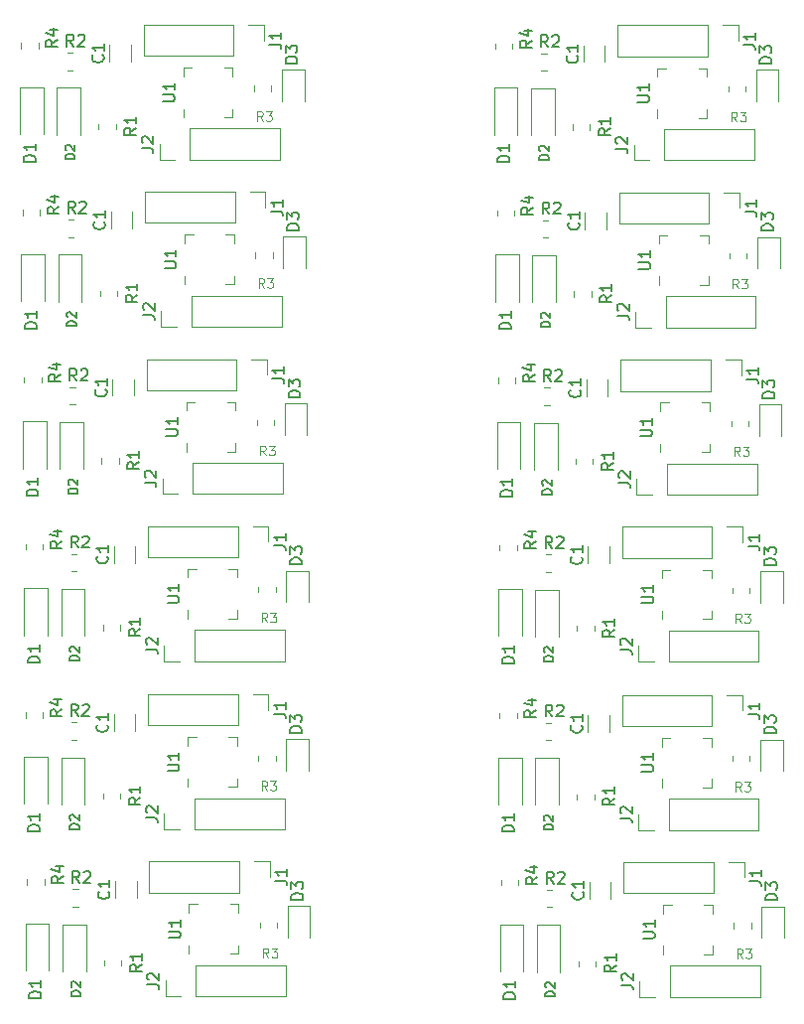
<source format=gbr>
%TF.GenerationSoftware,KiCad,Pcbnew,7.0.1*%
%TF.CreationDate,2023-04-10T19:00:45+03:00*%
%TF.ProjectId,Attiny_USB_panel,41747469-6e79-45f5-9553-425f70616e65,rev?*%
%TF.SameCoordinates,Original*%
%TF.FileFunction,Legend,Top*%
%TF.FilePolarity,Positive*%
%FSLAX46Y46*%
G04 Gerber Fmt 4.6, Leading zero omitted, Abs format (unit mm)*
G04 Created by KiCad (PCBNEW 7.0.1) date 2023-04-10 19:00:45*
%MOMM*%
%LPD*%
G01*
G04 APERTURE LIST*
%ADD10C,0.150000*%
%ADD11C,0.125000*%
%ADD12C,0.120000*%
G04 APERTURE END LIST*
D10*
%TO.C,R2*%
X132593333Y-45152619D02*
X132260000Y-44676428D01*
X132021905Y-45152619D02*
X132021905Y-44152619D01*
X132021905Y-44152619D02*
X132402857Y-44152619D01*
X132402857Y-44152619D02*
X132498095Y-44200238D01*
X132498095Y-44200238D02*
X132545714Y-44247857D01*
X132545714Y-44247857D02*
X132593333Y-44343095D01*
X132593333Y-44343095D02*
X132593333Y-44485952D01*
X132593333Y-44485952D02*
X132545714Y-44581190D01*
X132545714Y-44581190D02*
X132498095Y-44628809D01*
X132498095Y-44628809D02*
X132402857Y-44676428D01*
X132402857Y-44676428D02*
X132021905Y-44676428D01*
X132974286Y-44247857D02*
X133021905Y-44200238D01*
X133021905Y-44200238D02*
X133117143Y-44152619D01*
X133117143Y-44152619D02*
X133355238Y-44152619D01*
X133355238Y-44152619D02*
X133450476Y-44200238D01*
X133450476Y-44200238D02*
X133498095Y-44247857D01*
X133498095Y-44247857D02*
X133545714Y-44343095D01*
X133545714Y-44343095D02*
X133545714Y-44438333D01*
X133545714Y-44438333D02*
X133498095Y-44581190D01*
X133498095Y-44581190D02*
X132926667Y-45152619D01*
X132926667Y-45152619D02*
X133545714Y-45152619D01*
%TO.C,D1*%
X129322619Y-54978094D02*
X128322619Y-54978094D01*
X128322619Y-54978094D02*
X128322619Y-54739999D01*
X128322619Y-54739999D02*
X128370238Y-54597142D01*
X128370238Y-54597142D02*
X128465476Y-54501904D01*
X128465476Y-54501904D02*
X128560714Y-54454285D01*
X128560714Y-54454285D02*
X128751190Y-54406666D01*
X128751190Y-54406666D02*
X128894047Y-54406666D01*
X128894047Y-54406666D02*
X129084523Y-54454285D01*
X129084523Y-54454285D02*
X129179761Y-54501904D01*
X129179761Y-54501904D02*
X129275000Y-54597142D01*
X129275000Y-54597142D02*
X129322619Y-54739999D01*
X129322619Y-54739999D02*
X129322619Y-54978094D01*
X129322619Y-53454285D02*
X129322619Y-54025713D01*
X129322619Y-53739999D02*
X128322619Y-53739999D01*
X128322619Y-53739999D02*
X128465476Y-53835237D01*
X128465476Y-53835237D02*
X128560714Y-53930475D01*
X128560714Y-53930475D02*
X128608333Y-54025713D01*
%TO.C,J1*%
X149302619Y-44973333D02*
X150016904Y-44973333D01*
X150016904Y-44973333D02*
X150159761Y-45020952D01*
X150159761Y-45020952D02*
X150255000Y-45116190D01*
X150255000Y-45116190D02*
X150302619Y-45259047D01*
X150302619Y-45259047D02*
X150302619Y-45354285D01*
X150302619Y-43973333D02*
X150302619Y-44544761D01*
X150302619Y-44259047D02*
X149302619Y-44259047D01*
X149302619Y-44259047D02*
X149445476Y-44354285D01*
X149445476Y-44354285D02*
X149540714Y-44449523D01*
X149540714Y-44449523D02*
X149588333Y-44544761D01*
%TO.C,R4*%
X131222619Y-44606666D02*
X130746428Y-44939999D01*
X131222619Y-45178094D02*
X130222619Y-45178094D01*
X130222619Y-45178094D02*
X130222619Y-44797142D01*
X130222619Y-44797142D02*
X130270238Y-44701904D01*
X130270238Y-44701904D02*
X130317857Y-44654285D01*
X130317857Y-44654285D02*
X130413095Y-44606666D01*
X130413095Y-44606666D02*
X130555952Y-44606666D01*
X130555952Y-44606666D02*
X130651190Y-44654285D01*
X130651190Y-44654285D02*
X130698809Y-44701904D01*
X130698809Y-44701904D02*
X130746428Y-44797142D01*
X130746428Y-44797142D02*
X130746428Y-45178094D01*
X130555952Y-43749523D02*
X131222619Y-43749523D01*
X130175000Y-43987618D02*
X130889285Y-44225713D01*
X130889285Y-44225713D02*
X130889285Y-43606666D01*
D11*
%TO.C,R3*%
X189296667Y-65790095D02*
X189030000Y-65409142D01*
X188839524Y-65790095D02*
X188839524Y-64990095D01*
X188839524Y-64990095D02*
X189144286Y-64990095D01*
X189144286Y-64990095D02*
X189220476Y-65028190D01*
X189220476Y-65028190D02*
X189258571Y-65066285D01*
X189258571Y-65066285D02*
X189296667Y-65142476D01*
X189296667Y-65142476D02*
X189296667Y-65256761D01*
X189296667Y-65256761D02*
X189258571Y-65332952D01*
X189258571Y-65332952D02*
X189220476Y-65371047D01*
X189220476Y-65371047D02*
X189144286Y-65409142D01*
X189144286Y-65409142D02*
X188839524Y-65409142D01*
X189563333Y-64990095D02*
X190058571Y-64990095D01*
X190058571Y-64990095D02*
X189791905Y-65294857D01*
X189791905Y-65294857D02*
X189906190Y-65294857D01*
X189906190Y-65294857D02*
X189982381Y-65332952D01*
X189982381Y-65332952D02*
X190020476Y-65371047D01*
X190020476Y-65371047D02*
X190058571Y-65447238D01*
X190058571Y-65447238D02*
X190058571Y-65637714D01*
X190058571Y-65637714D02*
X190020476Y-65713904D01*
X190020476Y-65713904D02*
X189982381Y-65752000D01*
X189982381Y-65752000D02*
X189906190Y-65790095D01*
X189906190Y-65790095D02*
X189677619Y-65790095D01*
X189677619Y-65790095D02*
X189601428Y-65752000D01*
X189601428Y-65752000D02*
X189563333Y-65713904D01*
D10*
%TO.C,J2*%
X138392619Y-53823333D02*
X139106904Y-53823333D01*
X139106904Y-53823333D02*
X139249761Y-53870952D01*
X139249761Y-53870952D02*
X139345000Y-53966190D01*
X139345000Y-53966190D02*
X139392619Y-54109047D01*
X139392619Y-54109047D02*
X139392619Y-54204285D01*
X138487857Y-53394761D02*
X138440238Y-53347142D01*
X138440238Y-53347142D02*
X138392619Y-53251904D01*
X138392619Y-53251904D02*
X138392619Y-53013809D01*
X138392619Y-53013809D02*
X138440238Y-52918571D01*
X138440238Y-52918571D02*
X138487857Y-52870952D01*
X138487857Y-52870952D02*
X138583095Y-52823333D01*
X138583095Y-52823333D02*
X138678333Y-52823333D01*
X138678333Y-52823333D02*
X138821190Y-52870952D01*
X138821190Y-52870952D02*
X139392619Y-53442380D01*
X139392619Y-53442380D02*
X139392619Y-52823333D01*
%TO.C,R1*%
X137922619Y-52106666D02*
X137446428Y-52439999D01*
X137922619Y-52678094D02*
X136922619Y-52678094D01*
X136922619Y-52678094D02*
X136922619Y-52297142D01*
X136922619Y-52297142D02*
X136970238Y-52201904D01*
X136970238Y-52201904D02*
X137017857Y-52154285D01*
X137017857Y-52154285D02*
X137113095Y-52106666D01*
X137113095Y-52106666D02*
X137255952Y-52106666D01*
X137255952Y-52106666D02*
X137351190Y-52154285D01*
X137351190Y-52154285D02*
X137398809Y-52201904D01*
X137398809Y-52201904D02*
X137446428Y-52297142D01*
X137446428Y-52297142D02*
X137446428Y-52678094D01*
X137922619Y-51154285D02*
X137922619Y-51725713D01*
X137922619Y-51439999D02*
X136922619Y-51439999D01*
X136922619Y-51439999D02*
X137065476Y-51535237D01*
X137065476Y-51535237D02*
X137160714Y-51630475D01*
X137160714Y-51630475D02*
X137208333Y-51725713D01*
%TO.C,U1*%
X180792619Y-64131904D02*
X181602142Y-64131904D01*
X181602142Y-64131904D02*
X181697380Y-64084285D01*
X181697380Y-64084285D02*
X181745000Y-64036666D01*
X181745000Y-64036666D02*
X181792619Y-63941428D01*
X181792619Y-63941428D02*
X181792619Y-63750952D01*
X181792619Y-63750952D02*
X181745000Y-63655714D01*
X181745000Y-63655714D02*
X181697380Y-63608095D01*
X181697380Y-63608095D02*
X181602142Y-63560476D01*
X181602142Y-63560476D02*
X180792619Y-63560476D01*
X181792619Y-62560476D02*
X181792619Y-63131904D01*
X181792619Y-62846190D02*
X180792619Y-62846190D01*
X180792619Y-62846190D02*
X180935476Y-62941428D01*
X180935476Y-62941428D02*
X181030714Y-63036666D01*
X181030714Y-63036666D02*
X181078333Y-63131904D01*
%TO.C,D3*%
X151672619Y-46578094D02*
X150672619Y-46578094D01*
X150672619Y-46578094D02*
X150672619Y-46339999D01*
X150672619Y-46339999D02*
X150720238Y-46197142D01*
X150720238Y-46197142D02*
X150815476Y-46101904D01*
X150815476Y-46101904D02*
X150910714Y-46054285D01*
X150910714Y-46054285D02*
X151101190Y-46006666D01*
X151101190Y-46006666D02*
X151244047Y-46006666D01*
X151244047Y-46006666D02*
X151434523Y-46054285D01*
X151434523Y-46054285D02*
X151529761Y-46101904D01*
X151529761Y-46101904D02*
X151625000Y-46197142D01*
X151625000Y-46197142D02*
X151672619Y-46339999D01*
X151672619Y-46339999D02*
X151672619Y-46578094D01*
X150672619Y-45673332D02*
X150672619Y-45054285D01*
X150672619Y-45054285D02*
X151053571Y-45387618D01*
X151053571Y-45387618D02*
X151053571Y-45244761D01*
X151053571Y-45244761D02*
X151101190Y-45149523D01*
X151101190Y-45149523D02*
X151148809Y-45101904D01*
X151148809Y-45101904D02*
X151244047Y-45054285D01*
X151244047Y-45054285D02*
X151482142Y-45054285D01*
X151482142Y-45054285D02*
X151577380Y-45101904D01*
X151577380Y-45101904D02*
X151625000Y-45149523D01*
X151625000Y-45149523D02*
X151672619Y-45244761D01*
X151672619Y-45244761D02*
X151672619Y-45530475D01*
X151672619Y-45530475D02*
X151625000Y-45625713D01*
X151625000Y-45625713D02*
X151577380Y-45673332D01*
%TO.C,R1*%
X178492619Y-66386666D02*
X178016428Y-66719999D01*
X178492619Y-66958094D02*
X177492619Y-66958094D01*
X177492619Y-66958094D02*
X177492619Y-66577142D01*
X177492619Y-66577142D02*
X177540238Y-66481904D01*
X177540238Y-66481904D02*
X177587857Y-66434285D01*
X177587857Y-66434285D02*
X177683095Y-66386666D01*
X177683095Y-66386666D02*
X177825952Y-66386666D01*
X177825952Y-66386666D02*
X177921190Y-66434285D01*
X177921190Y-66434285D02*
X177968809Y-66481904D01*
X177968809Y-66481904D02*
X178016428Y-66577142D01*
X178016428Y-66577142D02*
X178016428Y-66958094D01*
X178492619Y-65434285D02*
X178492619Y-66005713D01*
X178492619Y-65719999D02*
X177492619Y-65719999D01*
X177492619Y-65719999D02*
X177635476Y-65815237D01*
X177635476Y-65815237D02*
X177730714Y-65910475D01*
X177730714Y-65910475D02*
X177778333Y-66005713D01*
%TO.C,R4*%
X171672619Y-44656666D02*
X171196428Y-44989999D01*
X171672619Y-45228094D02*
X170672619Y-45228094D01*
X170672619Y-45228094D02*
X170672619Y-44847142D01*
X170672619Y-44847142D02*
X170720238Y-44751904D01*
X170720238Y-44751904D02*
X170767857Y-44704285D01*
X170767857Y-44704285D02*
X170863095Y-44656666D01*
X170863095Y-44656666D02*
X171005952Y-44656666D01*
X171005952Y-44656666D02*
X171101190Y-44704285D01*
X171101190Y-44704285D02*
X171148809Y-44751904D01*
X171148809Y-44751904D02*
X171196428Y-44847142D01*
X171196428Y-44847142D02*
X171196428Y-45228094D01*
X171005952Y-43799523D02*
X171672619Y-43799523D01*
X170625000Y-44037618D02*
X171339285Y-44275713D01*
X171339285Y-44275713D02*
X171339285Y-43656666D01*
%TO.C,D1*%
X169892619Y-69258094D02*
X168892619Y-69258094D01*
X168892619Y-69258094D02*
X168892619Y-69019999D01*
X168892619Y-69019999D02*
X168940238Y-68877142D01*
X168940238Y-68877142D02*
X169035476Y-68781904D01*
X169035476Y-68781904D02*
X169130714Y-68734285D01*
X169130714Y-68734285D02*
X169321190Y-68686666D01*
X169321190Y-68686666D02*
X169464047Y-68686666D01*
X169464047Y-68686666D02*
X169654523Y-68734285D01*
X169654523Y-68734285D02*
X169749761Y-68781904D01*
X169749761Y-68781904D02*
X169845000Y-68877142D01*
X169845000Y-68877142D02*
X169892619Y-69019999D01*
X169892619Y-69019999D02*
X169892619Y-69258094D01*
X169892619Y-67734285D02*
X169892619Y-68305713D01*
X169892619Y-68019999D02*
X168892619Y-68019999D01*
X168892619Y-68019999D02*
X169035476Y-68115237D01*
X169035476Y-68115237D02*
X169130714Y-68210475D01*
X169130714Y-68210475D02*
X169178333Y-68305713D01*
D11*
%TO.C,R3*%
X189176667Y-51560095D02*
X188910000Y-51179142D01*
X188719524Y-51560095D02*
X188719524Y-50760095D01*
X188719524Y-50760095D02*
X189024286Y-50760095D01*
X189024286Y-50760095D02*
X189100476Y-50798190D01*
X189100476Y-50798190D02*
X189138571Y-50836285D01*
X189138571Y-50836285D02*
X189176667Y-50912476D01*
X189176667Y-50912476D02*
X189176667Y-51026761D01*
X189176667Y-51026761D02*
X189138571Y-51102952D01*
X189138571Y-51102952D02*
X189100476Y-51141047D01*
X189100476Y-51141047D02*
X189024286Y-51179142D01*
X189024286Y-51179142D02*
X188719524Y-51179142D01*
X189443333Y-50760095D02*
X189938571Y-50760095D01*
X189938571Y-50760095D02*
X189671905Y-51064857D01*
X189671905Y-51064857D02*
X189786190Y-51064857D01*
X189786190Y-51064857D02*
X189862381Y-51102952D01*
X189862381Y-51102952D02*
X189900476Y-51141047D01*
X189900476Y-51141047D02*
X189938571Y-51217238D01*
X189938571Y-51217238D02*
X189938571Y-51407714D01*
X189938571Y-51407714D02*
X189900476Y-51483904D01*
X189900476Y-51483904D02*
X189862381Y-51522000D01*
X189862381Y-51522000D02*
X189786190Y-51560095D01*
X189786190Y-51560095D02*
X189557619Y-51560095D01*
X189557619Y-51560095D02*
X189481428Y-51522000D01*
X189481428Y-51522000D02*
X189443333Y-51483904D01*
D10*
%TO.C,D2*%
X132680095Y-54780475D02*
X131880095Y-54780475D01*
X131880095Y-54780475D02*
X131880095Y-54589999D01*
X131880095Y-54589999D02*
X131918190Y-54475713D01*
X131918190Y-54475713D02*
X131994380Y-54399523D01*
X131994380Y-54399523D02*
X132070571Y-54361428D01*
X132070571Y-54361428D02*
X132222952Y-54323332D01*
X132222952Y-54323332D02*
X132337238Y-54323332D01*
X132337238Y-54323332D02*
X132489619Y-54361428D01*
X132489619Y-54361428D02*
X132565809Y-54399523D01*
X132565809Y-54399523D02*
X132642000Y-54475713D01*
X132642000Y-54475713D02*
X132680095Y-54589999D01*
X132680095Y-54589999D02*
X132680095Y-54780475D01*
X131956285Y-54018571D02*
X131918190Y-53980475D01*
X131918190Y-53980475D02*
X131880095Y-53904285D01*
X131880095Y-53904285D02*
X131880095Y-53713809D01*
X131880095Y-53713809D02*
X131918190Y-53637618D01*
X131918190Y-53637618D02*
X131956285Y-53599523D01*
X131956285Y-53599523D02*
X132032476Y-53561428D01*
X132032476Y-53561428D02*
X132108666Y-53561428D01*
X132108666Y-53561428D02*
X132222952Y-53599523D01*
X132222952Y-53599523D02*
X132680095Y-54056666D01*
X132680095Y-54056666D02*
X132680095Y-53561428D01*
%TO.C,J2*%
X138512619Y-68053333D02*
X139226904Y-68053333D01*
X139226904Y-68053333D02*
X139369761Y-68100952D01*
X139369761Y-68100952D02*
X139465000Y-68196190D01*
X139465000Y-68196190D02*
X139512619Y-68339047D01*
X139512619Y-68339047D02*
X139512619Y-68434285D01*
X138607857Y-67624761D02*
X138560238Y-67577142D01*
X138560238Y-67577142D02*
X138512619Y-67481904D01*
X138512619Y-67481904D02*
X138512619Y-67243809D01*
X138512619Y-67243809D02*
X138560238Y-67148571D01*
X138560238Y-67148571D02*
X138607857Y-67100952D01*
X138607857Y-67100952D02*
X138703095Y-67053333D01*
X138703095Y-67053333D02*
X138798333Y-67053333D01*
X138798333Y-67053333D02*
X138941190Y-67100952D01*
X138941190Y-67100952D02*
X139512619Y-67672380D01*
X139512619Y-67672380D02*
X139512619Y-67053333D01*
%TO.C,R1*%
X138042619Y-66336666D02*
X137566428Y-66669999D01*
X138042619Y-66908094D02*
X137042619Y-66908094D01*
X137042619Y-66908094D02*
X137042619Y-66527142D01*
X137042619Y-66527142D02*
X137090238Y-66431904D01*
X137090238Y-66431904D02*
X137137857Y-66384285D01*
X137137857Y-66384285D02*
X137233095Y-66336666D01*
X137233095Y-66336666D02*
X137375952Y-66336666D01*
X137375952Y-66336666D02*
X137471190Y-66384285D01*
X137471190Y-66384285D02*
X137518809Y-66431904D01*
X137518809Y-66431904D02*
X137566428Y-66527142D01*
X137566428Y-66527142D02*
X137566428Y-66908094D01*
X138042619Y-65384285D02*
X138042619Y-65955713D01*
X138042619Y-65669999D02*
X137042619Y-65669999D01*
X137042619Y-65669999D02*
X137185476Y-65765237D01*
X137185476Y-65765237D02*
X137280714Y-65860475D01*
X137280714Y-65860475D02*
X137328333Y-65955713D01*
%TO.C,R2*%
X132713333Y-59382619D02*
X132380000Y-58906428D01*
X132141905Y-59382619D02*
X132141905Y-58382619D01*
X132141905Y-58382619D02*
X132522857Y-58382619D01*
X132522857Y-58382619D02*
X132618095Y-58430238D01*
X132618095Y-58430238D02*
X132665714Y-58477857D01*
X132665714Y-58477857D02*
X132713333Y-58573095D01*
X132713333Y-58573095D02*
X132713333Y-58715952D01*
X132713333Y-58715952D02*
X132665714Y-58811190D01*
X132665714Y-58811190D02*
X132618095Y-58858809D01*
X132618095Y-58858809D02*
X132522857Y-58906428D01*
X132522857Y-58906428D02*
X132141905Y-58906428D01*
X133094286Y-58477857D02*
X133141905Y-58430238D01*
X133141905Y-58430238D02*
X133237143Y-58382619D01*
X133237143Y-58382619D02*
X133475238Y-58382619D01*
X133475238Y-58382619D02*
X133570476Y-58430238D01*
X133570476Y-58430238D02*
X133618095Y-58477857D01*
X133618095Y-58477857D02*
X133665714Y-58573095D01*
X133665714Y-58573095D02*
X133665714Y-58668333D01*
X133665714Y-58668333D02*
X133618095Y-58811190D01*
X133618095Y-58811190D02*
X133046667Y-59382619D01*
X133046667Y-59382619D02*
X133665714Y-59382619D01*
%TO.C,D1*%
X129442619Y-69208094D02*
X128442619Y-69208094D01*
X128442619Y-69208094D02*
X128442619Y-68969999D01*
X128442619Y-68969999D02*
X128490238Y-68827142D01*
X128490238Y-68827142D02*
X128585476Y-68731904D01*
X128585476Y-68731904D02*
X128680714Y-68684285D01*
X128680714Y-68684285D02*
X128871190Y-68636666D01*
X128871190Y-68636666D02*
X129014047Y-68636666D01*
X129014047Y-68636666D02*
X129204523Y-68684285D01*
X129204523Y-68684285D02*
X129299761Y-68731904D01*
X129299761Y-68731904D02*
X129395000Y-68827142D01*
X129395000Y-68827142D02*
X129442619Y-68969999D01*
X129442619Y-68969999D02*
X129442619Y-69208094D01*
X129442619Y-67684285D02*
X129442619Y-68255713D01*
X129442619Y-67969999D02*
X128442619Y-67969999D01*
X128442619Y-67969999D02*
X128585476Y-68065237D01*
X128585476Y-68065237D02*
X128680714Y-68160475D01*
X128680714Y-68160475D02*
X128728333Y-68255713D01*
%TO.C,D3*%
X151792619Y-60808094D02*
X150792619Y-60808094D01*
X150792619Y-60808094D02*
X150792619Y-60569999D01*
X150792619Y-60569999D02*
X150840238Y-60427142D01*
X150840238Y-60427142D02*
X150935476Y-60331904D01*
X150935476Y-60331904D02*
X151030714Y-60284285D01*
X151030714Y-60284285D02*
X151221190Y-60236666D01*
X151221190Y-60236666D02*
X151364047Y-60236666D01*
X151364047Y-60236666D02*
X151554523Y-60284285D01*
X151554523Y-60284285D02*
X151649761Y-60331904D01*
X151649761Y-60331904D02*
X151745000Y-60427142D01*
X151745000Y-60427142D02*
X151792619Y-60569999D01*
X151792619Y-60569999D02*
X151792619Y-60808094D01*
X150792619Y-59903332D02*
X150792619Y-59284285D01*
X150792619Y-59284285D02*
X151173571Y-59617618D01*
X151173571Y-59617618D02*
X151173571Y-59474761D01*
X151173571Y-59474761D02*
X151221190Y-59379523D01*
X151221190Y-59379523D02*
X151268809Y-59331904D01*
X151268809Y-59331904D02*
X151364047Y-59284285D01*
X151364047Y-59284285D02*
X151602142Y-59284285D01*
X151602142Y-59284285D02*
X151697380Y-59331904D01*
X151697380Y-59331904D02*
X151745000Y-59379523D01*
X151745000Y-59379523D02*
X151792619Y-59474761D01*
X151792619Y-59474761D02*
X151792619Y-59760475D01*
X151792619Y-59760475D02*
X151745000Y-59855713D01*
X151745000Y-59855713D02*
X151697380Y-59903332D01*
%TO.C,U1*%
X140342619Y-64081904D02*
X141152142Y-64081904D01*
X141152142Y-64081904D02*
X141247380Y-64034285D01*
X141247380Y-64034285D02*
X141295000Y-63986666D01*
X141295000Y-63986666D02*
X141342619Y-63891428D01*
X141342619Y-63891428D02*
X141342619Y-63700952D01*
X141342619Y-63700952D02*
X141295000Y-63605714D01*
X141295000Y-63605714D02*
X141247380Y-63558095D01*
X141247380Y-63558095D02*
X141152142Y-63510476D01*
X141152142Y-63510476D02*
X140342619Y-63510476D01*
X141342619Y-62510476D02*
X141342619Y-63081904D01*
X141342619Y-62796190D02*
X140342619Y-62796190D01*
X140342619Y-62796190D02*
X140485476Y-62891428D01*
X140485476Y-62891428D02*
X140580714Y-62986666D01*
X140580714Y-62986666D02*
X140628333Y-63081904D01*
D11*
%TO.C,R3*%
X148846667Y-65740095D02*
X148580000Y-65359142D01*
X148389524Y-65740095D02*
X148389524Y-64940095D01*
X148389524Y-64940095D02*
X148694286Y-64940095D01*
X148694286Y-64940095D02*
X148770476Y-64978190D01*
X148770476Y-64978190D02*
X148808571Y-65016285D01*
X148808571Y-65016285D02*
X148846667Y-65092476D01*
X148846667Y-65092476D02*
X148846667Y-65206761D01*
X148846667Y-65206761D02*
X148808571Y-65282952D01*
X148808571Y-65282952D02*
X148770476Y-65321047D01*
X148770476Y-65321047D02*
X148694286Y-65359142D01*
X148694286Y-65359142D02*
X148389524Y-65359142D01*
X149113333Y-64940095D02*
X149608571Y-64940095D01*
X149608571Y-64940095D02*
X149341905Y-65244857D01*
X149341905Y-65244857D02*
X149456190Y-65244857D01*
X149456190Y-65244857D02*
X149532381Y-65282952D01*
X149532381Y-65282952D02*
X149570476Y-65321047D01*
X149570476Y-65321047D02*
X149608571Y-65397238D01*
X149608571Y-65397238D02*
X149608571Y-65587714D01*
X149608571Y-65587714D02*
X149570476Y-65663904D01*
X149570476Y-65663904D02*
X149532381Y-65702000D01*
X149532381Y-65702000D02*
X149456190Y-65740095D01*
X149456190Y-65740095D02*
X149227619Y-65740095D01*
X149227619Y-65740095D02*
X149151428Y-65702000D01*
X149151428Y-65702000D02*
X149113333Y-65663904D01*
D10*
%TO.C,D2*%
X132800095Y-69010475D02*
X132000095Y-69010475D01*
X132000095Y-69010475D02*
X132000095Y-68819999D01*
X132000095Y-68819999D02*
X132038190Y-68705713D01*
X132038190Y-68705713D02*
X132114380Y-68629523D01*
X132114380Y-68629523D02*
X132190571Y-68591428D01*
X132190571Y-68591428D02*
X132342952Y-68553332D01*
X132342952Y-68553332D02*
X132457238Y-68553332D01*
X132457238Y-68553332D02*
X132609619Y-68591428D01*
X132609619Y-68591428D02*
X132685809Y-68629523D01*
X132685809Y-68629523D02*
X132762000Y-68705713D01*
X132762000Y-68705713D02*
X132800095Y-68819999D01*
X132800095Y-68819999D02*
X132800095Y-69010475D01*
X132076285Y-68248571D02*
X132038190Y-68210475D01*
X132038190Y-68210475D02*
X132000095Y-68134285D01*
X132000095Y-68134285D02*
X132000095Y-67943809D01*
X132000095Y-67943809D02*
X132038190Y-67867618D01*
X132038190Y-67867618D02*
X132076285Y-67829523D01*
X132076285Y-67829523D02*
X132152476Y-67791428D01*
X132152476Y-67791428D02*
X132228666Y-67791428D01*
X132228666Y-67791428D02*
X132342952Y-67829523D01*
X132342952Y-67829523D02*
X132800095Y-68286666D01*
X132800095Y-68286666D02*
X132800095Y-67791428D01*
%TO.C,J1*%
X149422619Y-59203333D02*
X150136904Y-59203333D01*
X150136904Y-59203333D02*
X150279761Y-59250952D01*
X150279761Y-59250952D02*
X150375000Y-59346190D01*
X150375000Y-59346190D02*
X150422619Y-59489047D01*
X150422619Y-59489047D02*
X150422619Y-59584285D01*
X150422619Y-58203333D02*
X150422619Y-58774761D01*
X150422619Y-58489047D02*
X149422619Y-58489047D01*
X149422619Y-58489047D02*
X149565476Y-58584285D01*
X149565476Y-58584285D02*
X149660714Y-58679523D01*
X149660714Y-58679523D02*
X149708333Y-58774761D01*
%TO.C,R4*%
X131342619Y-58836666D02*
X130866428Y-59169999D01*
X131342619Y-59408094D02*
X130342619Y-59408094D01*
X130342619Y-59408094D02*
X130342619Y-59027142D01*
X130342619Y-59027142D02*
X130390238Y-58931904D01*
X130390238Y-58931904D02*
X130437857Y-58884285D01*
X130437857Y-58884285D02*
X130533095Y-58836666D01*
X130533095Y-58836666D02*
X130675952Y-58836666D01*
X130675952Y-58836666D02*
X130771190Y-58884285D01*
X130771190Y-58884285D02*
X130818809Y-58931904D01*
X130818809Y-58931904D02*
X130866428Y-59027142D01*
X130866428Y-59027142D02*
X130866428Y-59408094D01*
X130675952Y-57979523D02*
X131342619Y-57979523D01*
X130295000Y-58217618D02*
X131009285Y-58455713D01*
X131009285Y-58455713D02*
X131009285Y-57836666D01*
%TO.C,C1*%
X135197380Y-60124166D02*
X135245000Y-60171785D01*
X135245000Y-60171785D02*
X135292619Y-60314642D01*
X135292619Y-60314642D02*
X135292619Y-60409880D01*
X135292619Y-60409880D02*
X135245000Y-60552737D01*
X135245000Y-60552737D02*
X135149761Y-60647975D01*
X135149761Y-60647975D02*
X135054523Y-60695594D01*
X135054523Y-60695594D02*
X134864047Y-60743213D01*
X134864047Y-60743213D02*
X134721190Y-60743213D01*
X134721190Y-60743213D02*
X134530714Y-60695594D01*
X134530714Y-60695594D02*
X134435476Y-60647975D01*
X134435476Y-60647975D02*
X134340238Y-60552737D01*
X134340238Y-60552737D02*
X134292619Y-60409880D01*
X134292619Y-60409880D02*
X134292619Y-60314642D01*
X134292619Y-60314642D02*
X134340238Y-60171785D01*
X134340238Y-60171785D02*
X134387857Y-60124166D01*
X135292619Y-59171785D02*
X135292619Y-59743213D01*
X135292619Y-59457499D02*
X134292619Y-59457499D01*
X134292619Y-59457499D02*
X134435476Y-59552737D01*
X134435476Y-59552737D02*
X134530714Y-59647975D01*
X134530714Y-59647975D02*
X134578333Y-59743213D01*
X175647380Y-60174166D02*
X175695000Y-60221785D01*
X175695000Y-60221785D02*
X175742619Y-60364642D01*
X175742619Y-60364642D02*
X175742619Y-60459880D01*
X175742619Y-60459880D02*
X175695000Y-60602737D01*
X175695000Y-60602737D02*
X175599761Y-60697975D01*
X175599761Y-60697975D02*
X175504523Y-60745594D01*
X175504523Y-60745594D02*
X175314047Y-60793213D01*
X175314047Y-60793213D02*
X175171190Y-60793213D01*
X175171190Y-60793213D02*
X174980714Y-60745594D01*
X174980714Y-60745594D02*
X174885476Y-60697975D01*
X174885476Y-60697975D02*
X174790238Y-60602737D01*
X174790238Y-60602737D02*
X174742619Y-60459880D01*
X174742619Y-60459880D02*
X174742619Y-60364642D01*
X174742619Y-60364642D02*
X174790238Y-60221785D01*
X174790238Y-60221785D02*
X174837857Y-60174166D01*
X175742619Y-59221785D02*
X175742619Y-59793213D01*
X175742619Y-59507499D02*
X174742619Y-59507499D01*
X174742619Y-59507499D02*
X174885476Y-59602737D01*
X174885476Y-59602737D02*
X174980714Y-59697975D01*
X174980714Y-59697975D02*
X175028333Y-59793213D01*
%TO.C,J1*%
X189872619Y-59253333D02*
X190586904Y-59253333D01*
X190586904Y-59253333D02*
X190729761Y-59300952D01*
X190729761Y-59300952D02*
X190825000Y-59396190D01*
X190825000Y-59396190D02*
X190872619Y-59539047D01*
X190872619Y-59539047D02*
X190872619Y-59634285D01*
X190872619Y-58253333D02*
X190872619Y-58824761D01*
X190872619Y-58539047D02*
X189872619Y-58539047D01*
X189872619Y-58539047D02*
X190015476Y-58634285D01*
X190015476Y-58634285D02*
X190110714Y-58729523D01*
X190110714Y-58729523D02*
X190158333Y-58824761D01*
%TO.C,D3*%
X192122619Y-46628094D02*
X191122619Y-46628094D01*
X191122619Y-46628094D02*
X191122619Y-46389999D01*
X191122619Y-46389999D02*
X191170238Y-46247142D01*
X191170238Y-46247142D02*
X191265476Y-46151904D01*
X191265476Y-46151904D02*
X191360714Y-46104285D01*
X191360714Y-46104285D02*
X191551190Y-46056666D01*
X191551190Y-46056666D02*
X191694047Y-46056666D01*
X191694047Y-46056666D02*
X191884523Y-46104285D01*
X191884523Y-46104285D02*
X191979761Y-46151904D01*
X191979761Y-46151904D02*
X192075000Y-46247142D01*
X192075000Y-46247142D02*
X192122619Y-46389999D01*
X192122619Y-46389999D02*
X192122619Y-46628094D01*
X191122619Y-45723332D02*
X191122619Y-45104285D01*
X191122619Y-45104285D02*
X191503571Y-45437618D01*
X191503571Y-45437618D02*
X191503571Y-45294761D01*
X191503571Y-45294761D02*
X191551190Y-45199523D01*
X191551190Y-45199523D02*
X191598809Y-45151904D01*
X191598809Y-45151904D02*
X191694047Y-45104285D01*
X191694047Y-45104285D02*
X191932142Y-45104285D01*
X191932142Y-45104285D02*
X192027380Y-45151904D01*
X192027380Y-45151904D02*
X192075000Y-45199523D01*
X192075000Y-45199523D02*
X192122619Y-45294761D01*
X192122619Y-45294761D02*
X192122619Y-45580475D01*
X192122619Y-45580475D02*
X192075000Y-45675713D01*
X192075000Y-45675713D02*
X192027380Y-45723332D01*
%TO.C,J2*%
X178842619Y-53873333D02*
X179556904Y-53873333D01*
X179556904Y-53873333D02*
X179699761Y-53920952D01*
X179699761Y-53920952D02*
X179795000Y-54016190D01*
X179795000Y-54016190D02*
X179842619Y-54159047D01*
X179842619Y-54159047D02*
X179842619Y-54254285D01*
X178937857Y-53444761D02*
X178890238Y-53397142D01*
X178890238Y-53397142D02*
X178842619Y-53301904D01*
X178842619Y-53301904D02*
X178842619Y-53063809D01*
X178842619Y-53063809D02*
X178890238Y-52968571D01*
X178890238Y-52968571D02*
X178937857Y-52920952D01*
X178937857Y-52920952D02*
X179033095Y-52873333D01*
X179033095Y-52873333D02*
X179128333Y-52873333D01*
X179128333Y-52873333D02*
X179271190Y-52920952D01*
X179271190Y-52920952D02*
X179842619Y-53492380D01*
X179842619Y-53492380D02*
X179842619Y-52873333D01*
%TO.C,D1*%
X169772619Y-55028094D02*
X168772619Y-55028094D01*
X168772619Y-55028094D02*
X168772619Y-54789999D01*
X168772619Y-54789999D02*
X168820238Y-54647142D01*
X168820238Y-54647142D02*
X168915476Y-54551904D01*
X168915476Y-54551904D02*
X169010714Y-54504285D01*
X169010714Y-54504285D02*
X169201190Y-54456666D01*
X169201190Y-54456666D02*
X169344047Y-54456666D01*
X169344047Y-54456666D02*
X169534523Y-54504285D01*
X169534523Y-54504285D02*
X169629761Y-54551904D01*
X169629761Y-54551904D02*
X169725000Y-54647142D01*
X169725000Y-54647142D02*
X169772619Y-54789999D01*
X169772619Y-54789999D02*
X169772619Y-55028094D01*
X169772619Y-53504285D02*
X169772619Y-54075713D01*
X169772619Y-53789999D02*
X168772619Y-53789999D01*
X168772619Y-53789999D02*
X168915476Y-53885237D01*
X168915476Y-53885237D02*
X169010714Y-53980475D01*
X169010714Y-53980475D02*
X169058333Y-54075713D01*
%TO.C,U1*%
X180672619Y-49901904D02*
X181482142Y-49901904D01*
X181482142Y-49901904D02*
X181577380Y-49854285D01*
X181577380Y-49854285D02*
X181625000Y-49806666D01*
X181625000Y-49806666D02*
X181672619Y-49711428D01*
X181672619Y-49711428D02*
X181672619Y-49520952D01*
X181672619Y-49520952D02*
X181625000Y-49425714D01*
X181625000Y-49425714D02*
X181577380Y-49378095D01*
X181577380Y-49378095D02*
X181482142Y-49330476D01*
X181482142Y-49330476D02*
X180672619Y-49330476D01*
X181672619Y-48330476D02*
X181672619Y-48901904D01*
X181672619Y-48616190D02*
X180672619Y-48616190D01*
X180672619Y-48616190D02*
X180815476Y-48711428D01*
X180815476Y-48711428D02*
X180910714Y-48806666D01*
X180910714Y-48806666D02*
X180958333Y-48901904D01*
%TO.C,R2*%
X173163333Y-59432619D02*
X172830000Y-58956428D01*
X172591905Y-59432619D02*
X172591905Y-58432619D01*
X172591905Y-58432619D02*
X172972857Y-58432619D01*
X172972857Y-58432619D02*
X173068095Y-58480238D01*
X173068095Y-58480238D02*
X173115714Y-58527857D01*
X173115714Y-58527857D02*
X173163333Y-58623095D01*
X173163333Y-58623095D02*
X173163333Y-58765952D01*
X173163333Y-58765952D02*
X173115714Y-58861190D01*
X173115714Y-58861190D02*
X173068095Y-58908809D01*
X173068095Y-58908809D02*
X172972857Y-58956428D01*
X172972857Y-58956428D02*
X172591905Y-58956428D01*
X173544286Y-58527857D02*
X173591905Y-58480238D01*
X173591905Y-58480238D02*
X173687143Y-58432619D01*
X173687143Y-58432619D02*
X173925238Y-58432619D01*
X173925238Y-58432619D02*
X174020476Y-58480238D01*
X174020476Y-58480238D02*
X174068095Y-58527857D01*
X174068095Y-58527857D02*
X174115714Y-58623095D01*
X174115714Y-58623095D02*
X174115714Y-58718333D01*
X174115714Y-58718333D02*
X174068095Y-58861190D01*
X174068095Y-58861190D02*
X173496667Y-59432619D01*
X173496667Y-59432619D02*
X174115714Y-59432619D01*
%TO.C,D2*%
X173250095Y-69060475D02*
X172450095Y-69060475D01*
X172450095Y-69060475D02*
X172450095Y-68869999D01*
X172450095Y-68869999D02*
X172488190Y-68755713D01*
X172488190Y-68755713D02*
X172564380Y-68679523D01*
X172564380Y-68679523D02*
X172640571Y-68641428D01*
X172640571Y-68641428D02*
X172792952Y-68603332D01*
X172792952Y-68603332D02*
X172907238Y-68603332D01*
X172907238Y-68603332D02*
X173059619Y-68641428D01*
X173059619Y-68641428D02*
X173135809Y-68679523D01*
X173135809Y-68679523D02*
X173212000Y-68755713D01*
X173212000Y-68755713D02*
X173250095Y-68869999D01*
X173250095Y-68869999D02*
X173250095Y-69060475D01*
X172526285Y-68298571D02*
X172488190Y-68260475D01*
X172488190Y-68260475D02*
X172450095Y-68184285D01*
X172450095Y-68184285D02*
X172450095Y-67993809D01*
X172450095Y-67993809D02*
X172488190Y-67917618D01*
X172488190Y-67917618D02*
X172526285Y-67879523D01*
X172526285Y-67879523D02*
X172602476Y-67841428D01*
X172602476Y-67841428D02*
X172678666Y-67841428D01*
X172678666Y-67841428D02*
X172792952Y-67879523D01*
X172792952Y-67879523D02*
X173250095Y-68336666D01*
X173250095Y-68336666D02*
X173250095Y-67841428D01*
%TO.C,J1*%
X189752619Y-45023333D02*
X190466904Y-45023333D01*
X190466904Y-45023333D02*
X190609761Y-45070952D01*
X190609761Y-45070952D02*
X190705000Y-45166190D01*
X190705000Y-45166190D02*
X190752619Y-45309047D01*
X190752619Y-45309047D02*
X190752619Y-45404285D01*
X190752619Y-44023333D02*
X190752619Y-44594761D01*
X190752619Y-44309047D02*
X189752619Y-44309047D01*
X189752619Y-44309047D02*
X189895476Y-44404285D01*
X189895476Y-44404285D02*
X189990714Y-44499523D01*
X189990714Y-44499523D02*
X190038333Y-44594761D01*
%TO.C,D2*%
X173130095Y-54830475D02*
X172330095Y-54830475D01*
X172330095Y-54830475D02*
X172330095Y-54639999D01*
X172330095Y-54639999D02*
X172368190Y-54525713D01*
X172368190Y-54525713D02*
X172444380Y-54449523D01*
X172444380Y-54449523D02*
X172520571Y-54411428D01*
X172520571Y-54411428D02*
X172672952Y-54373332D01*
X172672952Y-54373332D02*
X172787238Y-54373332D01*
X172787238Y-54373332D02*
X172939619Y-54411428D01*
X172939619Y-54411428D02*
X173015809Y-54449523D01*
X173015809Y-54449523D02*
X173092000Y-54525713D01*
X173092000Y-54525713D02*
X173130095Y-54639999D01*
X173130095Y-54639999D02*
X173130095Y-54830475D01*
X172406285Y-54068571D02*
X172368190Y-54030475D01*
X172368190Y-54030475D02*
X172330095Y-53954285D01*
X172330095Y-53954285D02*
X172330095Y-53763809D01*
X172330095Y-53763809D02*
X172368190Y-53687618D01*
X172368190Y-53687618D02*
X172406285Y-53649523D01*
X172406285Y-53649523D02*
X172482476Y-53611428D01*
X172482476Y-53611428D02*
X172558666Y-53611428D01*
X172558666Y-53611428D02*
X172672952Y-53649523D01*
X172672952Y-53649523D02*
X173130095Y-54106666D01*
X173130095Y-54106666D02*
X173130095Y-53611428D01*
%TO.C,R2*%
X173043333Y-45202619D02*
X172710000Y-44726428D01*
X172471905Y-45202619D02*
X172471905Y-44202619D01*
X172471905Y-44202619D02*
X172852857Y-44202619D01*
X172852857Y-44202619D02*
X172948095Y-44250238D01*
X172948095Y-44250238D02*
X172995714Y-44297857D01*
X172995714Y-44297857D02*
X173043333Y-44393095D01*
X173043333Y-44393095D02*
X173043333Y-44535952D01*
X173043333Y-44535952D02*
X172995714Y-44631190D01*
X172995714Y-44631190D02*
X172948095Y-44678809D01*
X172948095Y-44678809D02*
X172852857Y-44726428D01*
X172852857Y-44726428D02*
X172471905Y-44726428D01*
X173424286Y-44297857D02*
X173471905Y-44250238D01*
X173471905Y-44250238D02*
X173567143Y-44202619D01*
X173567143Y-44202619D02*
X173805238Y-44202619D01*
X173805238Y-44202619D02*
X173900476Y-44250238D01*
X173900476Y-44250238D02*
X173948095Y-44297857D01*
X173948095Y-44297857D02*
X173995714Y-44393095D01*
X173995714Y-44393095D02*
X173995714Y-44488333D01*
X173995714Y-44488333D02*
X173948095Y-44631190D01*
X173948095Y-44631190D02*
X173376667Y-45202619D01*
X173376667Y-45202619D02*
X173995714Y-45202619D01*
%TO.C,R1*%
X178372619Y-52156666D02*
X177896428Y-52489999D01*
X178372619Y-52728094D02*
X177372619Y-52728094D01*
X177372619Y-52728094D02*
X177372619Y-52347142D01*
X177372619Y-52347142D02*
X177420238Y-52251904D01*
X177420238Y-52251904D02*
X177467857Y-52204285D01*
X177467857Y-52204285D02*
X177563095Y-52156666D01*
X177563095Y-52156666D02*
X177705952Y-52156666D01*
X177705952Y-52156666D02*
X177801190Y-52204285D01*
X177801190Y-52204285D02*
X177848809Y-52251904D01*
X177848809Y-52251904D02*
X177896428Y-52347142D01*
X177896428Y-52347142D02*
X177896428Y-52728094D01*
X178372619Y-51204285D02*
X178372619Y-51775713D01*
X178372619Y-51489999D02*
X177372619Y-51489999D01*
X177372619Y-51489999D02*
X177515476Y-51585237D01*
X177515476Y-51585237D02*
X177610714Y-51680475D01*
X177610714Y-51680475D02*
X177658333Y-51775713D01*
%TO.C,C1*%
X135077380Y-45894166D02*
X135125000Y-45941785D01*
X135125000Y-45941785D02*
X135172619Y-46084642D01*
X135172619Y-46084642D02*
X135172619Y-46179880D01*
X135172619Y-46179880D02*
X135125000Y-46322737D01*
X135125000Y-46322737D02*
X135029761Y-46417975D01*
X135029761Y-46417975D02*
X134934523Y-46465594D01*
X134934523Y-46465594D02*
X134744047Y-46513213D01*
X134744047Y-46513213D02*
X134601190Y-46513213D01*
X134601190Y-46513213D02*
X134410714Y-46465594D01*
X134410714Y-46465594D02*
X134315476Y-46417975D01*
X134315476Y-46417975D02*
X134220238Y-46322737D01*
X134220238Y-46322737D02*
X134172619Y-46179880D01*
X134172619Y-46179880D02*
X134172619Y-46084642D01*
X134172619Y-46084642D02*
X134220238Y-45941785D01*
X134220238Y-45941785D02*
X134267857Y-45894166D01*
X135172619Y-44941785D02*
X135172619Y-45513213D01*
X135172619Y-45227499D02*
X134172619Y-45227499D01*
X134172619Y-45227499D02*
X134315476Y-45322737D01*
X134315476Y-45322737D02*
X134410714Y-45417975D01*
X134410714Y-45417975D02*
X134458333Y-45513213D01*
%TO.C,J2*%
X178962619Y-68103333D02*
X179676904Y-68103333D01*
X179676904Y-68103333D02*
X179819761Y-68150952D01*
X179819761Y-68150952D02*
X179915000Y-68246190D01*
X179915000Y-68246190D02*
X179962619Y-68389047D01*
X179962619Y-68389047D02*
X179962619Y-68484285D01*
X179057857Y-67674761D02*
X179010238Y-67627142D01*
X179010238Y-67627142D02*
X178962619Y-67531904D01*
X178962619Y-67531904D02*
X178962619Y-67293809D01*
X178962619Y-67293809D02*
X179010238Y-67198571D01*
X179010238Y-67198571D02*
X179057857Y-67150952D01*
X179057857Y-67150952D02*
X179153095Y-67103333D01*
X179153095Y-67103333D02*
X179248333Y-67103333D01*
X179248333Y-67103333D02*
X179391190Y-67150952D01*
X179391190Y-67150952D02*
X179962619Y-67722380D01*
X179962619Y-67722380D02*
X179962619Y-67103333D01*
%TO.C,D3*%
X192242619Y-60858094D02*
X191242619Y-60858094D01*
X191242619Y-60858094D02*
X191242619Y-60619999D01*
X191242619Y-60619999D02*
X191290238Y-60477142D01*
X191290238Y-60477142D02*
X191385476Y-60381904D01*
X191385476Y-60381904D02*
X191480714Y-60334285D01*
X191480714Y-60334285D02*
X191671190Y-60286666D01*
X191671190Y-60286666D02*
X191814047Y-60286666D01*
X191814047Y-60286666D02*
X192004523Y-60334285D01*
X192004523Y-60334285D02*
X192099761Y-60381904D01*
X192099761Y-60381904D02*
X192195000Y-60477142D01*
X192195000Y-60477142D02*
X192242619Y-60619999D01*
X192242619Y-60619999D02*
X192242619Y-60858094D01*
X191242619Y-59953332D02*
X191242619Y-59334285D01*
X191242619Y-59334285D02*
X191623571Y-59667618D01*
X191623571Y-59667618D02*
X191623571Y-59524761D01*
X191623571Y-59524761D02*
X191671190Y-59429523D01*
X191671190Y-59429523D02*
X191718809Y-59381904D01*
X191718809Y-59381904D02*
X191814047Y-59334285D01*
X191814047Y-59334285D02*
X192052142Y-59334285D01*
X192052142Y-59334285D02*
X192147380Y-59381904D01*
X192147380Y-59381904D02*
X192195000Y-59429523D01*
X192195000Y-59429523D02*
X192242619Y-59524761D01*
X192242619Y-59524761D02*
X192242619Y-59810475D01*
X192242619Y-59810475D02*
X192195000Y-59905713D01*
X192195000Y-59905713D02*
X192147380Y-59953332D01*
%TO.C,R4*%
X171792619Y-58886666D02*
X171316428Y-59219999D01*
X171792619Y-59458094D02*
X170792619Y-59458094D01*
X170792619Y-59458094D02*
X170792619Y-59077142D01*
X170792619Y-59077142D02*
X170840238Y-58981904D01*
X170840238Y-58981904D02*
X170887857Y-58934285D01*
X170887857Y-58934285D02*
X170983095Y-58886666D01*
X170983095Y-58886666D02*
X171125952Y-58886666D01*
X171125952Y-58886666D02*
X171221190Y-58934285D01*
X171221190Y-58934285D02*
X171268809Y-58981904D01*
X171268809Y-58981904D02*
X171316428Y-59077142D01*
X171316428Y-59077142D02*
X171316428Y-59458094D01*
X171125952Y-58029523D02*
X171792619Y-58029523D01*
X170745000Y-58267618D02*
X171459285Y-58505713D01*
X171459285Y-58505713D02*
X171459285Y-57886666D01*
%TO.C,C1*%
X175527380Y-45944166D02*
X175575000Y-45991785D01*
X175575000Y-45991785D02*
X175622619Y-46134642D01*
X175622619Y-46134642D02*
X175622619Y-46229880D01*
X175622619Y-46229880D02*
X175575000Y-46372737D01*
X175575000Y-46372737D02*
X175479761Y-46467975D01*
X175479761Y-46467975D02*
X175384523Y-46515594D01*
X175384523Y-46515594D02*
X175194047Y-46563213D01*
X175194047Y-46563213D02*
X175051190Y-46563213D01*
X175051190Y-46563213D02*
X174860714Y-46515594D01*
X174860714Y-46515594D02*
X174765476Y-46467975D01*
X174765476Y-46467975D02*
X174670238Y-46372737D01*
X174670238Y-46372737D02*
X174622619Y-46229880D01*
X174622619Y-46229880D02*
X174622619Y-46134642D01*
X174622619Y-46134642D02*
X174670238Y-45991785D01*
X174670238Y-45991785D02*
X174717857Y-45944166D01*
X175622619Y-44991785D02*
X175622619Y-45563213D01*
X175622619Y-45277499D02*
X174622619Y-45277499D01*
X174622619Y-45277499D02*
X174765476Y-45372737D01*
X174765476Y-45372737D02*
X174860714Y-45467975D01*
X174860714Y-45467975D02*
X174908333Y-45563213D01*
%TO.C,U1*%
X140222619Y-49851904D02*
X141032142Y-49851904D01*
X141032142Y-49851904D02*
X141127380Y-49804285D01*
X141127380Y-49804285D02*
X141175000Y-49756666D01*
X141175000Y-49756666D02*
X141222619Y-49661428D01*
X141222619Y-49661428D02*
X141222619Y-49470952D01*
X141222619Y-49470952D02*
X141175000Y-49375714D01*
X141175000Y-49375714D02*
X141127380Y-49328095D01*
X141127380Y-49328095D02*
X141032142Y-49280476D01*
X141032142Y-49280476D02*
X140222619Y-49280476D01*
X141222619Y-48280476D02*
X141222619Y-48851904D01*
X141222619Y-48566190D02*
X140222619Y-48566190D01*
X140222619Y-48566190D02*
X140365476Y-48661428D01*
X140365476Y-48661428D02*
X140460714Y-48756666D01*
X140460714Y-48756666D02*
X140508333Y-48851904D01*
D11*
%TO.C,R3*%
X148726667Y-51510095D02*
X148460000Y-51129142D01*
X148269524Y-51510095D02*
X148269524Y-50710095D01*
X148269524Y-50710095D02*
X148574286Y-50710095D01*
X148574286Y-50710095D02*
X148650476Y-50748190D01*
X148650476Y-50748190D02*
X148688571Y-50786285D01*
X148688571Y-50786285D02*
X148726667Y-50862476D01*
X148726667Y-50862476D02*
X148726667Y-50976761D01*
X148726667Y-50976761D02*
X148688571Y-51052952D01*
X148688571Y-51052952D02*
X148650476Y-51091047D01*
X148650476Y-51091047D02*
X148574286Y-51129142D01*
X148574286Y-51129142D02*
X148269524Y-51129142D01*
X148993333Y-50710095D02*
X149488571Y-50710095D01*
X149488571Y-50710095D02*
X149221905Y-51014857D01*
X149221905Y-51014857D02*
X149336190Y-51014857D01*
X149336190Y-51014857D02*
X149412381Y-51052952D01*
X149412381Y-51052952D02*
X149450476Y-51091047D01*
X149450476Y-51091047D02*
X149488571Y-51167238D01*
X149488571Y-51167238D02*
X149488571Y-51357714D01*
X149488571Y-51357714D02*
X149450476Y-51433904D01*
X149450476Y-51433904D02*
X149412381Y-51472000D01*
X149412381Y-51472000D02*
X149336190Y-51510095D01*
X149336190Y-51510095D02*
X149107619Y-51510095D01*
X149107619Y-51510095D02*
X149031428Y-51472000D01*
X149031428Y-51472000D02*
X148993333Y-51433904D01*
D10*
%TO.C,R2*%
X132843333Y-73652619D02*
X132510000Y-73176428D01*
X132271905Y-73652619D02*
X132271905Y-72652619D01*
X132271905Y-72652619D02*
X132652857Y-72652619D01*
X132652857Y-72652619D02*
X132748095Y-72700238D01*
X132748095Y-72700238D02*
X132795714Y-72747857D01*
X132795714Y-72747857D02*
X132843333Y-72843095D01*
X132843333Y-72843095D02*
X132843333Y-72985952D01*
X132843333Y-72985952D02*
X132795714Y-73081190D01*
X132795714Y-73081190D02*
X132748095Y-73128809D01*
X132748095Y-73128809D02*
X132652857Y-73176428D01*
X132652857Y-73176428D02*
X132271905Y-73176428D01*
X133224286Y-72747857D02*
X133271905Y-72700238D01*
X133271905Y-72700238D02*
X133367143Y-72652619D01*
X133367143Y-72652619D02*
X133605238Y-72652619D01*
X133605238Y-72652619D02*
X133700476Y-72700238D01*
X133700476Y-72700238D02*
X133748095Y-72747857D01*
X133748095Y-72747857D02*
X133795714Y-72843095D01*
X133795714Y-72843095D02*
X133795714Y-72938333D01*
X133795714Y-72938333D02*
X133748095Y-73081190D01*
X133748095Y-73081190D02*
X133176667Y-73652619D01*
X133176667Y-73652619D02*
X133795714Y-73652619D01*
%TO.C,D1*%
X129572619Y-83478094D02*
X128572619Y-83478094D01*
X128572619Y-83478094D02*
X128572619Y-83239999D01*
X128572619Y-83239999D02*
X128620238Y-83097142D01*
X128620238Y-83097142D02*
X128715476Y-83001904D01*
X128715476Y-83001904D02*
X128810714Y-82954285D01*
X128810714Y-82954285D02*
X129001190Y-82906666D01*
X129001190Y-82906666D02*
X129144047Y-82906666D01*
X129144047Y-82906666D02*
X129334523Y-82954285D01*
X129334523Y-82954285D02*
X129429761Y-83001904D01*
X129429761Y-83001904D02*
X129525000Y-83097142D01*
X129525000Y-83097142D02*
X129572619Y-83239999D01*
X129572619Y-83239999D02*
X129572619Y-83478094D01*
X129572619Y-81954285D02*
X129572619Y-82525713D01*
X129572619Y-82239999D02*
X128572619Y-82239999D01*
X128572619Y-82239999D02*
X128715476Y-82335237D01*
X128715476Y-82335237D02*
X128810714Y-82430475D01*
X128810714Y-82430475D02*
X128858333Y-82525713D01*
%TO.C,J1*%
X149552619Y-73473333D02*
X150266904Y-73473333D01*
X150266904Y-73473333D02*
X150409761Y-73520952D01*
X150409761Y-73520952D02*
X150505000Y-73616190D01*
X150505000Y-73616190D02*
X150552619Y-73759047D01*
X150552619Y-73759047D02*
X150552619Y-73854285D01*
X150552619Y-72473333D02*
X150552619Y-73044761D01*
X150552619Y-72759047D02*
X149552619Y-72759047D01*
X149552619Y-72759047D02*
X149695476Y-72854285D01*
X149695476Y-72854285D02*
X149790714Y-72949523D01*
X149790714Y-72949523D02*
X149838333Y-73044761D01*
%TO.C,R4*%
X131472619Y-73106666D02*
X130996428Y-73439999D01*
X131472619Y-73678094D02*
X130472619Y-73678094D01*
X130472619Y-73678094D02*
X130472619Y-73297142D01*
X130472619Y-73297142D02*
X130520238Y-73201904D01*
X130520238Y-73201904D02*
X130567857Y-73154285D01*
X130567857Y-73154285D02*
X130663095Y-73106666D01*
X130663095Y-73106666D02*
X130805952Y-73106666D01*
X130805952Y-73106666D02*
X130901190Y-73154285D01*
X130901190Y-73154285D02*
X130948809Y-73201904D01*
X130948809Y-73201904D02*
X130996428Y-73297142D01*
X130996428Y-73297142D02*
X130996428Y-73678094D01*
X130805952Y-72249523D02*
X131472619Y-72249523D01*
X130425000Y-72487618D02*
X131139285Y-72725713D01*
X131139285Y-72725713D02*
X131139285Y-72106666D01*
D11*
%TO.C,R3*%
X189546667Y-94290095D02*
X189280000Y-93909142D01*
X189089524Y-94290095D02*
X189089524Y-93490095D01*
X189089524Y-93490095D02*
X189394286Y-93490095D01*
X189394286Y-93490095D02*
X189470476Y-93528190D01*
X189470476Y-93528190D02*
X189508571Y-93566285D01*
X189508571Y-93566285D02*
X189546667Y-93642476D01*
X189546667Y-93642476D02*
X189546667Y-93756761D01*
X189546667Y-93756761D02*
X189508571Y-93832952D01*
X189508571Y-93832952D02*
X189470476Y-93871047D01*
X189470476Y-93871047D02*
X189394286Y-93909142D01*
X189394286Y-93909142D02*
X189089524Y-93909142D01*
X189813333Y-93490095D02*
X190308571Y-93490095D01*
X190308571Y-93490095D02*
X190041905Y-93794857D01*
X190041905Y-93794857D02*
X190156190Y-93794857D01*
X190156190Y-93794857D02*
X190232381Y-93832952D01*
X190232381Y-93832952D02*
X190270476Y-93871047D01*
X190270476Y-93871047D02*
X190308571Y-93947238D01*
X190308571Y-93947238D02*
X190308571Y-94137714D01*
X190308571Y-94137714D02*
X190270476Y-94213904D01*
X190270476Y-94213904D02*
X190232381Y-94252000D01*
X190232381Y-94252000D02*
X190156190Y-94290095D01*
X190156190Y-94290095D02*
X189927619Y-94290095D01*
X189927619Y-94290095D02*
X189851428Y-94252000D01*
X189851428Y-94252000D02*
X189813333Y-94213904D01*
D10*
%TO.C,J2*%
X138642619Y-82323333D02*
X139356904Y-82323333D01*
X139356904Y-82323333D02*
X139499761Y-82370952D01*
X139499761Y-82370952D02*
X139595000Y-82466190D01*
X139595000Y-82466190D02*
X139642619Y-82609047D01*
X139642619Y-82609047D02*
X139642619Y-82704285D01*
X138737857Y-81894761D02*
X138690238Y-81847142D01*
X138690238Y-81847142D02*
X138642619Y-81751904D01*
X138642619Y-81751904D02*
X138642619Y-81513809D01*
X138642619Y-81513809D02*
X138690238Y-81418571D01*
X138690238Y-81418571D02*
X138737857Y-81370952D01*
X138737857Y-81370952D02*
X138833095Y-81323333D01*
X138833095Y-81323333D02*
X138928333Y-81323333D01*
X138928333Y-81323333D02*
X139071190Y-81370952D01*
X139071190Y-81370952D02*
X139642619Y-81942380D01*
X139642619Y-81942380D02*
X139642619Y-81323333D01*
%TO.C,R1*%
X138172619Y-80606666D02*
X137696428Y-80939999D01*
X138172619Y-81178094D02*
X137172619Y-81178094D01*
X137172619Y-81178094D02*
X137172619Y-80797142D01*
X137172619Y-80797142D02*
X137220238Y-80701904D01*
X137220238Y-80701904D02*
X137267857Y-80654285D01*
X137267857Y-80654285D02*
X137363095Y-80606666D01*
X137363095Y-80606666D02*
X137505952Y-80606666D01*
X137505952Y-80606666D02*
X137601190Y-80654285D01*
X137601190Y-80654285D02*
X137648809Y-80701904D01*
X137648809Y-80701904D02*
X137696428Y-80797142D01*
X137696428Y-80797142D02*
X137696428Y-81178094D01*
X138172619Y-79654285D02*
X138172619Y-80225713D01*
X138172619Y-79939999D02*
X137172619Y-79939999D01*
X137172619Y-79939999D02*
X137315476Y-80035237D01*
X137315476Y-80035237D02*
X137410714Y-80130475D01*
X137410714Y-80130475D02*
X137458333Y-80225713D01*
%TO.C,U1*%
X181042619Y-92631904D02*
X181852142Y-92631904D01*
X181852142Y-92631904D02*
X181947380Y-92584285D01*
X181947380Y-92584285D02*
X181995000Y-92536666D01*
X181995000Y-92536666D02*
X182042619Y-92441428D01*
X182042619Y-92441428D02*
X182042619Y-92250952D01*
X182042619Y-92250952D02*
X181995000Y-92155714D01*
X181995000Y-92155714D02*
X181947380Y-92108095D01*
X181947380Y-92108095D02*
X181852142Y-92060476D01*
X181852142Y-92060476D02*
X181042619Y-92060476D01*
X182042619Y-91060476D02*
X182042619Y-91631904D01*
X182042619Y-91346190D02*
X181042619Y-91346190D01*
X181042619Y-91346190D02*
X181185476Y-91441428D01*
X181185476Y-91441428D02*
X181280714Y-91536666D01*
X181280714Y-91536666D02*
X181328333Y-91631904D01*
%TO.C,D3*%
X151922619Y-75078094D02*
X150922619Y-75078094D01*
X150922619Y-75078094D02*
X150922619Y-74839999D01*
X150922619Y-74839999D02*
X150970238Y-74697142D01*
X150970238Y-74697142D02*
X151065476Y-74601904D01*
X151065476Y-74601904D02*
X151160714Y-74554285D01*
X151160714Y-74554285D02*
X151351190Y-74506666D01*
X151351190Y-74506666D02*
X151494047Y-74506666D01*
X151494047Y-74506666D02*
X151684523Y-74554285D01*
X151684523Y-74554285D02*
X151779761Y-74601904D01*
X151779761Y-74601904D02*
X151875000Y-74697142D01*
X151875000Y-74697142D02*
X151922619Y-74839999D01*
X151922619Y-74839999D02*
X151922619Y-75078094D01*
X150922619Y-74173332D02*
X150922619Y-73554285D01*
X150922619Y-73554285D02*
X151303571Y-73887618D01*
X151303571Y-73887618D02*
X151303571Y-73744761D01*
X151303571Y-73744761D02*
X151351190Y-73649523D01*
X151351190Y-73649523D02*
X151398809Y-73601904D01*
X151398809Y-73601904D02*
X151494047Y-73554285D01*
X151494047Y-73554285D02*
X151732142Y-73554285D01*
X151732142Y-73554285D02*
X151827380Y-73601904D01*
X151827380Y-73601904D02*
X151875000Y-73649523D01*
X151875000Y-73649523D02*
X151922619Y-73744761D01*
X151922619Y-73744761D02*
X151922619Y-74030475D01*
X151922619Y-74030475D02*
X151875000Y-74125713D01*
X151875000Y-74125713D02*
X151827380Y-74173332D01*
%TO.C,R1*%
X178742619Y-94886666D02*
X178266428Y-95219999D01*
X178742619Y-95458094D02*
X177742619Y-95458094D01*
X177742619Y-95458094D02*
X177742619Y-95077142D01*
X177742619Y-95077142D02*
X177790238Y-94981904D01*
X177790238Y-94981904D02*
X177837857Y-94934285D01*
X177837857Y-94934285D02*
X177933095Y-94886666D01*
X177933095Y-94886666D02*
X178075952Y-94886666D01*
X178075952Y-94886666D02*
X178171190Y-94934285D01*
X178171190Y-94934285D02*
X178218809Y-94981904D01*
X178218809Y-94981904D02*
X178266428Y-95077142D01*
X178266428Y-95077142D02*
X178266428Y-95458094D01*
X178742619Y-93934285D02*
X178742619Y-94505713D01*
X178742619Y-94219999D02*
X177742619Y-94219999D01*
X177742619Y-94219999D02*
X177885476Y-94315237D01*
X177885476Y-94315237D02*
X177980714Y-94410475D01*
X177980714Y-94410475D02*
X178028333Y-94505713D01*
%TO.C,R4*%
X171922619Y-73156666D02*
X171446428Y-73489999D01*
X171922619Y-73728094D02*
X170922619Y-73728094D01*
X170922619Y-73728094D02*
X170922619Y-73347142D01*
X170922619Y-73347142D02*
X170970238Y-73251904D01*
X170970238Y-73251904D02*
X171017857Y-73204285D01*
X171017857Y-73204285D02*
X171113095Y-73156666D01*
X171113095Y-73156666D02*
X171255952Y-73156666D01*
X171255952Y-73156666D02*
X171351190Y-73204285D01*
X171351190Y-73204285D02*
X171398809Y-73251904D01*
X171398809Y-73251904D02*
X171446428Y-73347142D01*
X171446428Y-73347142D02*
X171446428Y-73728094D01*
X171255952Y-72299523D02*
X171922619Y-72299523D01*
X170875000Y-72537618D02*
X171589285Y-72775713D01*
X171589285Y-72775713D02*
X171589285Y-72156666D01*
%TO.C,D1*%
X170142619Y-97758094D02*
X169142619Y-97758094D01*
X169142619Y-97758094D02*
X169142619Y-97519999D01*
X169142619Y-97519999D02*
X169190238Y-97377142D01*
X169190238Y-97377142D02*
X169285476Y-97281904D01*
X169285476Y-97281904D02*
X169380714Y-97234285D01*
X169380714Y-97234285D02*
X169571190Y-97186666D01*
X169571190Y-97186666D02*
X169714047Y-97186666D01*
X169714047Y-97186666D02*
X169904523Y-97234285D01*
X169904523Y-97234285D02*
X169999761Y-97281904D01*
X169999761Y-97281904D02*
X170095000Y-97377142D01*
X170095000Y-97377142D02*
X170142619Y-97519999D01*
X170142619Y-97519999D02*
X170142619Y-97758094D01*
X170142619Y-96234285D02*
X170142619Y-96805713D01*
X170142619Y-96519999D02*
X169142619Y-96519999D01*
X169142619Y-96519999D02*
X169285476Y-96615237D01*
X169285476Y-96615237D02*
X169380714Y-96710475D01*
X169380714Y-96710475D02*
X169428333Y-96805713D01*
D11*
%TO.C,R3*%
X189426667Y-80060095D02*
X189160000Y-79679142D01*
X188969524Y-80060095D02*
X188969524Y-79260095D01*
X188969524Y-79260095D02*
X189274286Y-79260095D01*
X189274286Y-79260095D02*
X189350476Y-79298190D01*
X189350476Y-79298190D02*
X189388571Y-79336285D01*
X189388571Y-79336285D02*
X189426667Y-79412476D01*
X189426667Y-79412476D02*
X189426667Y-79526761D01*
X189426667Y-79526761D02*
X189388571Y-79602952D01*
X189388571Y-79602952D02*
X189350476Y-79641047D01*
X189350476Y-79641047D02*
X189274286Y-79679142D01*
X189274286Y-79679142D02*
X188969524Y-79679142D01*
X189693333Y-79260095D02*
X190188571Y-79260095D01*
X190188571Y-79260095D02*
X189921905Y-79564857D01*
X189921905Y-79564857D02*
X190036190Y-79564857D01*
X190036190Y-79564857D02*
X190112381Y-79602952D01*
X190112381Y-79602952D02*
X190150476Y-79641047D01*
X190150476Y-79641047D02*
X190188571Y-79717238D01*
X190188571Y-79717238D02*
X190188571Y-79907714D01*
X190188571Y-79907714D02*
X190150476Y-79983904D01*
X190150476Y-79983904D02*
X190112381Y-80022000D01*
X190112381Y-80022000D02*
X190036190Y-80060095D01*
X190036190Y-80060095D02*
X189807619Y-80060095D01*
X189807619Y-80060095D02*
X189731428Y-80022000D01*
X189731428Y-80022000D02*
X189693333Y-79983904D01*
D10*
%TO.C,D2*%
X132930095Y-83280475D02*
X132130095Y-83280475D01*
X132130095Y-83280475D02*
X132130095Y-83089999D01*
X132130095Y-83089999D02*
X132168190Y-82975713D01*
X132168190Y-82975713D02*
X132244380Y-82899523D01*
X132244380Y-82899523D02*
X132320571Y-82861428D01*
X132320571Y-82861428D02*
X132472952Y-82823332D01*
X132472952Y-82823332D02*
X132587238Y-82823332D01*
X132587238Y-82823332D02*
X132739619Y-82861428D01*
X132739619Y-82861428D02*
X132815809Y-82899523D01*
X132815809Y-82899523D02*
X132892000Y-82975713D01*
X132892000Y-82975713D02*
X132930095Y-83089999D01*
X132930095Y-83089999D02*
X132930095Y-83280475D01*
X132206285Y-82518571D02*
X132168190Y-82480475D01*
X132168190Y-82480475D02*
X132130095Y-82404285D01*
X132130095Y-82404285D02*
X132130095Y-82213809D01*
X132130095Y-82213809D02*
X132168190Y-82137618D01*
X132168190Y-82137618D02*
X132206285Y-82099523D01*
X132206285Y-82099523D02*
X132282476Y-82061428D01*
X132282476Y-82061428D02*
X132358666Y-82061428D01*
X132358666Y-82061428D02*
X132472952Y-82099523D01*
X132472952Y-82099523D02*
X132930095Y-82556666D01*
X132930095Y-82556666D02*
X132930095Y-82061428D01*
%TO.C,J2*%
X138762619Y-96553333D02*
X139476904Y-96553333D01*
X139476904Y-96553333D02*
X139619761Y-96600952D01*
X139619761Y-96600952D02*
X139715000Y-96696190D01*
X139715000Y-96696190D02*
X139762619Y-96839047D01*
X139762619Y-96839047D02*
X139762619Y-96934285D01*
X138857857Y-96124761D02*
X138810238Y-96077142D01*
X138810238Y-96077142D02*
X138762619Y-95981904D01*
X138762619Y-95981904D02*
X138762619Y-95743809D01*
X138762619Y-95743809D02*
X138810238Y-95648571D01*
X138810238Y-95648571D02*
X138857857Y-95600952D01*
X138857857Y-95600952D02*
X138953095Y-95553333D01*
X138953095Y-95553333D02*
X139048333Y-95553333D01*
X139048333Y-95553333D02*
X139191190Y-95600952D01*
X139191190Y-95600952D02*
X139762619Y-96172380D01*
X139762619Y-96172380D02*
X139762619Y-95553333D01*
%TO.C,R1*%
X138292619Y-94836666D02*
X137816428Y-95169999D01*
X138292619Y-95408094D02*
X137292619Y-95408094D01*
X137292619Y-95408094D02*
X137292619Y-95027142D01*
X137292619Y-95027142D02*
X137340238Y-94931904D01*
X137340238Y-94931904D02*
X137387857Y-94884285D01*
X137387857Y-94884285D02*
X137483095Y-94836666D01*
X137483095Y-94836666D02*
X137625952Y-94836666D01*
X137625952Y-94836666D02*
X137721190Y-94884285D01*
X137721190Y-94884285D02*
X137768809Y-94931904D01*
X137768809Y-94931904D02*
X137816428Y-95027142D01*
X137816428Y-95027142D02*
X137816428Y-95408094D01*
X138292619Y-93884285D02*
X138292619Y-94455713D01*
X138292619Y-94169999D02*
X137292619Y-94169999D01*
X137292619Y-94169999D02*
X137435476Y-94265237D01*
X137435476Y-94265237D02*
X137530714Y-94360475D01*
X137530714Y-94360475D02*
X137578333Y-94455713D01*
%TO.C,R2*%
X132963333Y-87882619D02*
X132630000Y-87406428D01*
X132391905Y-87882619D02*
X132391905Y-86882619D01*
X132391905Y-86882619D02*
X132772857Y-86882619D01*
X132772857Y-86882619D02*
X132868095Y-86930238D01*
X132868095Y-86930238D02*
X132915714Y-86977857D01*
X132915714Y-86977857D02*
X132963333Y-87073095D01*
X132963333Y-87073095D02*
X132963333Y-87215952D01*
X132963333Y-87215952D02*
X132915714Y-87311190D01*
X132915714Y-87311190D02*
X132868095Y-87358809D01*
X132868095Y-87358809D02*
X132772857Y-87406428D01*
X132772857Y-87406428D02*
X132391905Y-87406428D01*
X133344286Y-86977857D02*
X133391905Y-86930238D01*
X133391905Y-86930238D02*
X133487143Y-86882619D01*
X133487143Y-86882619D02*
X133725238Y-86882619D01*
X133725238Y-86882619D02*
X133820476Y-86930238D01*
X133820476Y-86930238D02*
X133868095Y-86977857D01*
X133868095Y-86977857D02*
X133915714Y-87073095D01*
X133915714Y-87073095D02*
X133915714Y-87168333D01*
X133915714Y-87168333D02*
X133868095Y-87311190D01*
X133868095Y-87311190D02*
X133296667Y-87882619D01*
X133296667Y-87882619D02*
X133915714Y-87882619D01*
%TO.C,D1*%
X129692619Y-97708094D02*
X128692619Y-97708094D01*
X128692619Y-97708094D02*
X128692619Y-97469999D01*
X128692619Y-97469999D02*
X128740238Y-97327142D01*
X128740238Y-97327142D02*
X128835476Y-97231904D01*
X128835476Y-97231904D02*
X128930714Y-97184285D01*
X128930714Y-97184285D02*
X129121190Y-97136666D01*
X129121190Y-97136666D02*
X129264047Y-97136666D01*
X129264047Y-97136666D02*
X129454523Y-97184285D01*
X129454523Y-97184285D02*
X129549761Y-97231904D01*
X129549761Y-97231904D02*
X129645000Y-97327142D01*
X129645000Y-97327142D02*
X129692619Y-97469999D01*
X129692619Y-97469999D02*
X129692619Y-97708094D01*
X129692619Y-96184285D02*
X129692619Y-96755713D01*
X129692619Y-96469999D02*
X128692619Y-96469999D01*
X128692619Y-96469999D02*
X128835476Y-96565237D01*
X128835476Y-96565237D02*
X128930714Y-96660475D01*
X128930714Y-96660475D02*
X128978333Y-96755713D01*
%TO.C,D3*%
X152042619Y-89308094D02*
X151042619Y-89308094D01*
X151042619Y-89308094D02*
X151042619Y-89069999D01*
X151042619Y-89069999D02*
X151090238Y-88927142D01*
X151090238Y-88927142D02*
X151185476Y-88831904D01*
X151185476Y-88831904D02*
X151280714Y-88784285D01*
X151280714Y-88784285D02*
X151471190Y-88736666D01*
X151471190Y-88736666D02*
X151614047Y-88736666D01*
X151614047Y-88736666D02*
X151804523Y-88784285D01*
X151804523Y-88784285D02*
X151899761Y-88831904D01*
X151899761Y-88831904D02*
X151995000Y-88927142D01*
X151995000Y-88927142D02*
X152042619Y-89069999D01*
X152042619Y-89069999D02*
X152042619Y-89308094D01*
X151042619Y-88403332D02*
X151042619Y-87784285D01*
X151042619Y-87784285D02*
X151423571Y-88117618D01*
X151423571Y-88117618D02*
X151423571Y-87974761D01*
X151423571Y-87974761D02*
X151471190Y-87879523D01*
X151471190Y-87879523D02*
X151518809Y-87831904D01*
X151518809Y-87831904D02*
X151614047Y-87784285D01*
X151614047Y-87784285D02*
X151852142Y-87784285D01*
X151852142Y-87784285D02*
X151947380Y-87831904D01*
X151947380Y-87831904D02*
X151995000Y-87879523D01*
X151995000Y-87879523D02*
X152042619Y-87974761D01*
X152042619Y-87974761D02*
X152042619Y-88260475D01*
X152042619Y-88260475D02*
X151995000Y-88355713D01*
X151995000Y-88355713D02*
X151947380Y-88403332D01*
%TO.C,U1*%
X140592619Y-92581904D02*
X141402142Y-92581904D01*
X141402142Y-92581904D02*
X141497380Y-92534285D01*
X141497380Y-92534285D02*
X141545000Y-92486666D01*
X141545000Y-92486666D02*
X141592619Y-92391428D01*
X141592619Y-92391428D02*
X141592619Y-92200952D01*
X141592619Y-92200952D02*
X141545000Y-92105714D01*
X141545000Y-92105714D02*
X141497380Y-92058095D01*
X141497380Y-92058095D02*
X141402142Y-92010476D01*
X141402142Y-92010476D02*
X140592619Y-92010476D01*
X141592619Y-91010476D02*
X141592619Y-91581904D01*
X141592619Y-91296190D02*
X140592619Y-91296190D01*
X140592619Y-91296190D02*
X140735476Y-91391428D01*
X140735476Y-91391428D02*
X140830714Y-91486666D01*
X140830714Y-91486666D02*
X140878333Y-91581904D01*
D11*
%TO.C,R3*%
X149096667Y-94240095D02*
X148830000Y-93859142D01*
X148639524Y-94240095D02*
X148639524Y-93440095D01*
X148639524Y-93440095D02*
X148944286Y-93440095D01*
X148944286Y-93440095D02*
X149020476Y-93478190D01*
X149020476Y-93478190D02*
X149058571Y-93516285D01*
X149058571Y-93516285D02*
X149096667Y-93592476D01*
X149096667Y-93592476D02*
X149096667Y-93706761D01*
X149096667Y-93706761D02*
X149058571Y-93782952D01*
X149058571Y-93782952D02*
X149020476Y-93821047D01*
X149020476Y-93821047D02*
X148944286Y-93859142D01*
X148944286Y-93859142D02*
X148639524Y-93859142D01*
X149363333Y-93440095D02*
X149858571Y-93440095D01*
X149858571Y-93440095D02*
X149591905Y-93744857D01*
X149591905Y-93744857D02*
X149706190Y-93744857D01*
X149706190Y-93744857D02*
X149782381Y-93782952D01*
X149782381Y-93782952D02*
X149820476Y-93821047D01*
X149820476Y-93821047D02*
X149858571Y-93897238D01*
X149858571Y-93897238D02*
X149858571Y-94087714D01*
X149858571Y-94087714D02*
X149820476Y-94163904D01*
X149820476Y-94163904D02*
X149782381Y-94202000D01*
X149782381Y-94202000D02*
X149706190Y-94240095D01*
X149706190Y-94240095D02*
X149477619Y-94240095D01*
X149477619Y-94240095D02*
X149401428Y-94202000D01*
X149401428Y-94202000D02*
X149363333Y-94163904D01*
D10*
%TO.C,D2*%
X133050095Y-97510475D02*
X132250095Y-97510475D01*
X132250095Y-97510475D02*
X132250095Y-97319999D01*
X132250095Y-97319999D02*
X132288190Y-97205713D01*
X132288190Y-97205713D02*
X132364380Y-97129523D01*
X132364380Y-97129523D02*
X132440571Y-97091428D01*
X132440571Y-97091428D02*
X132592952Y-97053332D01*
X132592952Y-97053332D02*
X132707238Y-97053332D01*
X132707238Y-97053332D02*
X132859619Y-97091428D01*
X132859619Y-97091428D02*
X132935809Y-97129523D01*
X132935809Y-97129523D02*
X133012000Y-97205713D01*
X133012000Y-97205713D02*
X133050095Y-97319999D01*
X133050095Y-97319999D02*
X133050095Y-97510475D01*
X132326285Y-96748571D02*
X132288190Y-96710475D01*
X132288190Y-96710475D02*
X132250095Y-96634285D01*
X132250095Y-96634285D02*
X132250095Y-96443809D01*
X132250095Y-96443809D02*
X132288190Y-96367618D01*
X132288190Y-96367618D02*
X132326285Y-96329523D01*
X132326285Y-96329523D02*
X132402476Y-96291428D01*
X132402476Y-96291428D02*
X132478666Y-96291428D01*
X132478666Y-96291428D02*
X132592952Y-96329523D01*
X132592952Y-96329523D02*
X133050095Y-96786666D01*
X133050095Y-96786666D02*
X133050095Y-96291428D01*
%TO.C,J1*%
X149672619Y-87703333D02*
X150386904Y-87703333D01*
X150386904Y-87703333D02*
X150529761Y-87750952D01*
X150529761Y-87750952D02*
X150625000Y-87846190D01*
X150625000Y-87846190D02*
X150672619Y-87989047D01*
X150672619Y-87989047D02*
X150672619Y-88084285D01*
X150672619Y-86703333D02*
X150672619Y-87274761D01*
X150672619Y-86989047D02*
X149672619Y-86989047D01*
X149672619Y-86989047D02*
X149815476Y-87084285D01*
X149815476Y-87084285D02*
X149910714Y-87179523D01*
X149910714Y-87179523D02*
X149958333Y-87274761D01*
%TO.C,R4*%
X131592619Y-87336666D02*
X131116428Y-87669999D01*
X131592619Y-87908094D02*
X130592619Y-87908094D01*
X130592619Y-87908094D02*
X130592619Y-87527142D01*
X130592619Y-87527142D02*
X130640238Y-87431904D01*
X130640238Y-87431904D02*
X130687857Y-87384285D01*
X130687857Y-87384285D02*
X130783095Y-87336666D01*
X130783095Y-87336666D02*
X130925952Y-87336666D01*
X130925952Y-87336666D02*
X131021190Y-87384285D01*
X131021190Y-87384285D02*
X131068809Y-87431904D01*
X131068809Y-87431904D02*
X131116428Y-87527142D01*
X131116428Y-87527142D02*
X131116428Y-87908094D01*
X130925952Y-86479523D02*
X131592619Y-86479523D01*
X130545000Y-86717618D02*
X131259285Y-86955713D01*
X131259285Y-86955713D02*
X131259285Y-86336666D01*
%TO.C,C1*%
X135447380Y-88624166D02*
X135495000Y-88671785D01*
X135495000Y-88671785D02*
X135542619Y-88814642D01*
X135542619Y-88814642D02*
X135542619Y-88909880D01*
X135542619Y-88909880D02*
X135495000Y-89052737D01*
X135495000Y-89052737D02*
X135399761Y-89147975D01*
X135399761Y-89147975D02*
X135304523Y-89195594D01*
X135304523Y-89195594D02*
X135114047Y-89243213D01*
X135114047Y-89243213D02*
X134971190Y-89243213D01*
X134971190Y-89243213D02*
X134780714Y-89195594D01*
X134780714Y-89195594D02*
X134685476Y-89147975D01*
X134685476Y-89147975D02*
X134590238Y-89052737D01*
X134590238Y-89052737D02*
X134542619Y-88909880D01*
X134542619Y-88909880D02*
X134542619Y-88814642D01*
X134542619Y-88814642D02*
X134590238Y-88671785D01*
X134590238Y-88671785D02*
X134637857Y-88624166D01*
X135542619Y-87671785D02*
X135542619Y-88243213D01*
X135542619Y-87957499D02*
X134542619Y-87957499D01*
X134542619Y-87957499D02*
X134685476Y-88052737D01*
X134685476Y-88052737D02*
X134780714Y-88147975D01*
X134780714Y-88147975D02*
X134828333Y-88243213D01*
X175897380Y-88674166D02*
X175945000Y-88721785D01*
X175945000Y-88721785D02*
X175992619Y-88864642D01*
X175992619Y-88864642D02*
X175992619Y-88959880D01*
X175992619Y-88959880D02*
X175945000Y-89102737D01*
X175945000Y-89102737D02*
X175849761Y-89197975D01*
X175849761Y-89197975D02*
X175754523Y-89245594D01*
X175754523Y-89245594D02*
X175564047Y-89293213D01*
X175564047Y-89293213D02*
X175421190Y-89293213D01*
X175421190Y-89293213D02*
X175230714Y-89245594D01*
X175230714Y-89245594D02*
X175135476Y-89197975D01*
X175135476Y-89197975D02*
X175040238Y-89102737D01*
X175040238Y-89102737D02*
X174992619Y-88959880D01*
X174992619Y-88959880D02*
X174992619Y-88864642D01*
X174992619Y-88864642D02*
X175040238Y-88721785D01*
X175040238Y-88721785D02*
X175087857Y-88674166D01*
X175992619Y-87721785D02*
X175992619Y-88293213D01*
X175992619Y-88007499D02*
X174992619Y-88007499D01*
X174992619Y-88007499D02*
X175135476Y-88102737D01*
X175135476Y-88102737D02*
X175230714Y-88197975D01*
X175230714Y-88197975D02*
X175278333Y-88293213D01*
%TO.C,J1*%
X190122619Y-87753333D02*
X190836904Y-87753333D01*
X190836904Y-87753333D02*
X190979761Y-87800952D01*
X190979761Y-87800952D02*
X191075000Y-87896190D01*
X191075000Y-87896190D02*
X191122619Y-88039047D01*
X191122619Y-88039047D02*
X191122619Y-88134285D01*
X191122619Y-86753333D02*
X191122619Y-87324761D01*
X191122619Y-87039047D02*
X190122619Y-87039047D01*
X190122619Y-87039047D02*
X190265476Y-87134285D01*
X190265476Y-87134285D02*
X190360714Y-87229523D01*
X190360714Y-87229523D02*
X190408333Y-87324761D01*
%TO.C,D3*%
X192372619Y-75128094D02*
X191372619Y-75128094D01*
X191372619Y-75128094D02*
X191372619Y-74889999D01*
X191372619Y-74889999D02*
X191420238Y-74747142D01*
X191420238Y-74747142D02*
X191515476Y-74651904D01*
X191515476Y-74651904D02*
X191610714Y-74604285D01*
X191610714Y-74604285D02*
X191801190Y-74556666D01*
X191801190Y-74556666D02*
X191944047Y-74556666D01*
X191944047Y-74556666D02*
X192134523Y-74604285D01*
X192134523Y-74604285D02*
X192229761Y-74651904D01*
X192229761Y-74651904D02*
X192325000Y-74747142D01*
X192325000Y-74747142D02*
X192372619Y-74889999D01*
X192372619Y-74889999D02*
X192372619Y-75128094D01*
X191372619Y-74223332D02*
X191372619Y-73604285D01*
X191372619Y-73604285D02*
X191753571Y-73937618D01*
X191753571Y-73937618D02*
X191753571Y-73794761D01*
X191753571Y-73794761D02*
X191801190Y-73699523D01*
X191801190Y-73699523D02*
X191848809Y-73651904D01*
X191848809Y-73651904D02*
X191944047Y-73604285D01*
X191944047Y-73604285D02*
X192182142Y-73604285D01*
X192182142Y-73604285D02*
X192277380Y-73651904D01*
X192277380Y-73651904D02*
X192325000Y-73699523D01*
X192325000Y-73699523D02*
X192372619Y-73794761D01*
X192372619Y-73794761D02*
X192372619Y-74080475D01*
X192372619Y-74080475D02*
X192325000Y-74175713D01*
X192325000Y-74175713D02*
X192277380Y-74223332D01*
%TO.C,J2*%
X179092619Y-82373333D02*
X179806904Y-82373333D01*
X179806904Y-82373333D02*
X179949761Y-82420952D01*
X179949761Y-82420952D02*
X180045000Y-82516190D01*
X180045000Y-82516190D02*
X180092619Y-82659047D01*
X180092619Y-82659047D02*
X180092619Y-82754285D01*
X179187857Y-81944761D02*
X179140238Y-81897142D01*
X179140238Y-81897142D02*
X179092619Y-81801904D01*
X179092619Y-81801904D02*
X179092619Y-81563809D01*
X179092619Y-81563809D02*
X179140238Y-81468571D01*
X179140238Y-81468571D02*
X179187857Y-81420952D01*
X179187857Y-81420952D02*
X179283095Y-81373333D01*
X179283095Y-81373333D02*
X179378333Y-81373333D01*
X179378333Y-81373333D02*
X179521190Y-81420952D01*
X179521190Y-81420952D02*
X180092619Y-81992380D01*
X180092619Y-81992380D02*
X180092619Y-81373333D01*
%TO.C,D1*%
X170022619Y-83528094D02*
X169022619Y-83528094D01*
X169022619Y-83528094D02*
X169022619Y-83289999D01*
X169022619Y-83289999D02*
X169070238Y-83147142D01*
X169070238Y-83147142D02*
X169165476Y-83051904D01*
X169165476Y-83051904D02*
X169260714Y-83004285D01*
X169260714Y-83004285D02*
X169451190Y-82956666D01*
X169451190Y-82956666D02*
X169594047Y-82956666D01*
X169594047Y-82956666D02*
X169784523Y-83004285D01*
X169784523Y-83004285D02*
X169879761Y-83051904D01*
X169879761Y-83051904D02*
X169975000Y-83147142D01*
X169975000Y-83147142D02*
X170022619Y-83289999D01*
X170022619Y-83289999D02*
X170022619Y-83528094D01*
X170022619Y-82004285D02*
X170022619Y-82575713D01*
X170022619Y-82289999D02*
X169022619Y-82289999D01*
X169022619Y-82289999D02*
X169165476Y-82385237D01*
X169165476Y-82385237D02*
X169260714Y-82480475D01*
X169260714Y-82480475D02*
X169308333Y-82575713D01*
%TO.C,U1*%
X180922619Y-78401904D02*
X181732142Y-78401904D01*
X181732142Y-78401904D02*
X181827380Y-78354285D01*
X181827380Y-78354285D02*
X181875000Y-78306666D01*
X181875000Y-78306666D02*
X181922619Y-78211428D01*
X181922619Y-78211428D02*
X181922619Y-78020952D01*
X181922619Y-78020952D02*
X181875000Y-77925714D01*
X181875000Y-77925714D02*
X181827380Y-77878095D01*
X181827380Y-77878095D02*
X181732142Y-77830476D01*
X181732142Y-77830476D02*
X180922619Y-77830476D01*
X181922619Y-76830476D02*
X181922619Y-77401904D01*
X181922619Y-77116190D02*
X180922619Y-77116190D01*
X180922619Y-77116190D02*
X181065476Y-77211428D01*
X181065476Y-77211428D02*
X181160714Y-77306666D01*
X181160714Y-77306666D02*
X181208333Y-77401904D01*
%TO.C,R2*%
X173413333Y-87932619D02*
X173080000Y-87456428D01*
X172841905Y-87932619D02*
X172841905Y-86932619D01*
X172841905Y-86932619D02*
X173222857Y-86932619D01*
X173222857Y-86932619D02*
X173318095Y-86980238D01*
X173318095Y-86980238D02*
X173365714Y-87027857D01*
X173365714Y-87027857D02*
X173413333Y-87123095D01*
X173413333Y-87123095D02*
X173413333Y-87265952D01*
X173413333Y-87265952D02*
X173365714Y-87361190D01*
X173365714Y-87361190D02*
X173318095Y-87408809D01*
X173318095Y-87408809D02*
X173222857Y-87456428D01*
X173222857Y-87456428D02*
X172841905Y-87456428D01*
X173794286Y-87027857D02*
X173841905Y-86980238D01*
X173841905Y-86980238D02*
X173937143Y-86932619D01*
X173937143Y-86932619D02*
X174175238Y-86932619D01*
X174175238Y-86932619D02*
X174270476Y-86980238D01*
X174270476Y-86980238D02*
X174318095Y-87027857D01*
X174318095Y-87027857D02*
X174365714Y-87123095D01*
X174365714Y-87123095D02*
X174365714Y-87218333D01*
X174365714Y-87218333D02*
X174318095Y-87361190D01*
X174318095Y-87361190D02*
X173746667Y-87932619D01*
X173746667Y-87932619D02*
X174365714Y-87932619D01*
%TO.C,D2*%
X173500095Y-97560475D02*
X172700095Y-97560475D01*
X172700095Y-97560475D02*
X172700095Y-97369999D01*
X172700095Y-97369999D02*
X172738190Y-97255713D01*
X172738190Y-97255713D02*
X172814380Y-97179523D01*
X172814380Y-97179523D02*
X172890571Y-97141428D01*
X172890571Y-97141428D02*
X173042952Y-97103332D01*
X173042952Y-97103332D02*
X173157238Y-97103332D01*
X173157238Y-97103332D02*
X173309619Y-97141428D01*
X173309619Y-97141428D02*
X173385809Y-97179523D01*
X173385809Y-97179523D02*
X173462000Y-97255713D01*
X173462000Y-97255713D02*
X173500095Y-97369999D01*
X173500095Y-97369999D02*
X173500095Y-97560475D01*
X172776285Y-96798571D02*
X172738190Y-96760475D01*
X172738190Y-96760475D02*
X172700095Y-96684285D01*
X172700095Y-96684285D02*
X172700095Y-96493809D01*
X172700095Y-96493809D02*
X172738190Y-96417618D01*
X172738190Y-96417618D02*
X172776285Y-96379523D01*
X172776285Y-96379523D02*
X172852476Y-96341428D01*
X172852476Y-96341428D02*
X172928666Y-96341428D01*
X172928666Y-96341428D02*
X173042952Y-96379523D01*
X173042952Y-96379523D02*
X173500095Y-96836666D01*
X173500095Y-96836666D02*
X173500095Y-96341428D01*
%TO.C,J1*%
X190002619Y-73523333D02*
X190716904Y-73523333D01*
X190716904Y-73523333D02*
X190859761Y-73570952D01*
X190859761Y-73570952D02*
X190955000Y-73666190D01*
X190955000Y-73666190D02*
X191002619Y-73809047D01*
X191002619Y-73809047D02*
X191002619Y-73904285D01*
X191002619Y-72523333D02*
X191002619Y-73094761D01*
X191002619Y-72809047D02*
X190002619Y-72809047D01*
X190002619Y-72809047D02*
X190145476Y-72904285D01*
X190145476Y-72904285D02*
X190240714Y-72999523D01*
X190240714Y-72999523D02*
X190288333Y-73094761D01*
%TO.C,D2*%
X173380095Y-83330475D02*
X172580095Y-83330475D01*
X172580095Y-83330475D02*
X172580095Y-83139999D01*
X172580095Y-83139999D02*
X172618190Y-83025713D01*
X172618190Y-83025713D02*
X172694380Y-82949523D01*
X172694380Y-82949523D02*
X172770571Y-82911428D01*
X172770571Y-82911428D02*
X172922952Y-82873332D01*
X172922952Y-82873332D02*
X173037238Y-82873332D01*
X173037238Y-82873332D02*
X173189619Y-82911428D01*
X173189619Y-82911428D02*
X173265809Y-82949523D01*
X173265809Y-82949523D02*
X173342000Y-83025713D01*
X173342000Y-83025713D02*
X173380095Y-83139999D01*
X173380095Y-83139999D02*
X173380095Y-83330475D01*
X172656285Y-82568571D02*
X172618190Y-82530475D01*
X172618190Y-82530475D02*
X172580095Y-82454285D01*
X172580095Y-82454285D02*
X172580095Y-82263809D01*
X172580095Y-82263809D02*
X172618190Y-82187618D01*
X172618190Y-82187618D02*
X172656285Y-82149523D01*
X172656285Y-82149523D02*
X172732476Y-82111428D01*
X172732476Y-82111428D02*
X172808666Y-82111428D01*
X172808666Y-82111428D02*
X172922952Y-82149523D01*
X172922952Y-82149523D02*
X173380095Y-82606666D01*
X173380095Y-82606666D02*
X173380095Y-82111428D01*
%TO.C,R2*%
X173293333Y-73702619D02*
X172960000Y-73226428D01*
X172721905Y-73702619D02*
X172721905Y-72702619D01*
X172721905Y-72702619D02*
X173102857Y-72702619D01*
X173102857Y-72702619D02*
X173198095Y-72750238D01*
X173198095Y-72750238D02*
X173245714Y-72797857D01*
X173245714Y-72797857D02*
X173293333Y-72893095D01*
X173293333Y-72893095D02*
X173293333Y-73035952D01*
X173293333Y-73035952D02*
X173245714Y-73131190D01*
X173245714Y-73131190D02*
X173198095Y-73178809D01*
X173198095Y-73178809D02*
X173102857Y-73226428D01*
X173102857Y-73226428D02*
X172721905Y-73226428D01*
X173674286Y-72797857D02*
X173721905Y-72750238D01*
X173721905Y-72750238D02*
X173817143Y-72702619D01*
X173817143Y-72702619D02*
X174055238Y-72702619D01*
X174055238Y-72702619D02*
X174150476Y-72750238D01*
X174150476Y-72750238D02*
X174198095Y-72797857D01*
X174198095Y-72797857D02*
X174245714Y-72893095D01*
X174245714Y-72893095D02*
X174245714Y-72988333D01*
X174245714Y-72988333D02*
X174198095Y-73131190D01*
X174198095Y-73131190D02*
X173626667Y-73702619D01*
X173626667Y-73702619D02*
X174245714Y-73702619D01*
%TO.C,R1*%
X178622619Y-80656666D02*
X178146428Y-80989999D01*
X178622619Y-81228094D02*
X177622619Y-81228094D01*
X177622619Y-81228094D02*
X177622619Y-80847142D01*
X177622619Y-80847142D02*
X177670238Y-80751904D01*
X177670238Y-80751904D02*
X177717857Y-80704285D01*
X177717857Y-80704285D02*
X177813095Y-80656666D01*
X177813095Y-80656666D02*
X177955952Y-80656666D01*
X177955952Y-80656666D02*
X178051190Y-80704285D01*
X178051190Y-80704285D02*
X178098809Y-80751904D01*
X178098809Y-80751904D02*
X178146428Y-80847142D01*
X178146428Y-80847142D02*
X178146428Y-81228094D01*
X178622619Y-79704285D02*
X178622619Y-80275713D01*
X178622619Y-79989999D02*
X177622619Y-79989999D01*
X177622619Y-79989999D02*
X177765476Y-80085237D01*
X177765476Y-80085237D02*
X177860714Y-80180475D01*
X177860714Y-80180475D02*
X177908333Y-80275713D01*
%TO.C,C1*%
X135327380Y-74394166D02*
X135375000Y-74441785D01*
X135375000Y-74441785D02*
X135422619Y-74584642D01*
X135422619Y-74584642D02*
X135422619Y-74679880D01*
X135422619Y-74679880D02*
X135375000Y-74822737D01*
X135375000Y-74822737D02*
X135279761Y-74917975D01*
X135279761Y-74917975D02*
X135184523Y-74965594D01*
X135184523Y-74965594D02*
X134994047Y-75013213D01*
X134994047Y-75013213D02*
X134851190Y-75013213D01*
X134851190Y-75013213D02*
X134660714Y-74965594D01*
X134660714Y-74965594D02*
X134565476Y-74917975D01*
X134565476Y-74917975D02*
X134470238Y-74822737D01*
X134470238Y-74822737D02*
X134422619Y-74679880D01*
X134422619Y-74679880D02*
X134422619Y-74584642D01*
X134422619Y-74584642D02*
X134470238Y-74441785D01*
X134470238Y-74441785D02*
X134517857Y-74394166D01*
X135422619Y-73441785D02*
X135422619Y-74013213D01*
X135422619Y-73727499D02*
X134422619Y-73727499D01*
X134422619Y-73727499D02*
X134565476Y-73822737D01*
X134565476Y-73822737D02*
X134660714Y-73917975D01*
X134660714Y-73917975D02*
X134708333Y-74013213D01*
%TO.C,J2*%
X179212619Y-96603333D02*
X179926904Y-96603333D01*
X179926904Y-96603333D02*
X180069761Y-96650952D01*
X180069761Y-96650952D02*
X180165000Y-96746190D01*
X180165000Y-96746190D02*
X180212619Y-96889047D01*
X180212619Y-96889047D02*
X180212619Y-96984285D01*
X179307857Y-96174761D02*
X179260238Y-96127142D01*
X179260238Y-96127142D02*
X179212619Y-96031904D01*
X179212619Y-96031904D02*
X179212619Y-95793809D01*
X179212619Y-95793809D02*
X179260238Y-95698571D01*
X179260238Y-95698571D02*
X179307857Y-95650952D01*
X179307857Y-95650952D02*
X179403095Y-95603333D01*
X179403095Y-95603333D02*
X179498333Y-95603333D01*
X179498333Y-95603333D02*
X179641190Y-95650952D01*
X179641190Y-95650952D02*
X180212619Y-96222380D01*
X180212619Y-96222380D02*
X180212619Y-95603333D01*
%TO.C,D3*%
X192492619Y-89358094D02*
X191492619Y-89358094D01*
X191492619Y-89358094D02*
X191492619Y-89119999D01*
X191492619Y-89119999D02*
X191540238Y-88977142D01*
X191540238Y-88977142D02*
X191635476Y-88881904D01*
X191635476Y-88881904D02*
X191730714Y-88834285D01*
X191730714Y-88834285D02*
X191921190Y-88786666D01*
X191921190Y-88786666D02*
X192064047Y-88786666D01*
X192064047Y-88786666D02*
X192254523Y-88834285D01*
X192254523Y-88834285D02*
X192349761Y-88881904D01*
X192349761Y-88881904D02*
X192445000Y-88977142D01*
X192445000Y-88977142D02*
X192492619Y-89119999D01*
X192492619Y-89119999D02*
X192492619Y-89358094D01*
X191492619Y-88453332D02*
X191492619Y-87834285D01*
X191492619Y-87834285D02*
X191873571Y-88167618D01*
X191873571Y-88167618D02*
X191873571Y-88024761D01*
X191873571Y-88024761D02*
X191921190Y-87929523D01*
X191921190Y-87929523D02*
X191968809Y-87881904D01*
X191968809Y-87881904D02*
X192064047Y-87834285D01*
X192064047Y-87834285D02*
X192302142Y-87834285D01*
X192302142Y-87834285D02*
X192397380Y-87881904D01*
X192397380Y-87881904D02*
X192445000Y-87929523D01*
X192445000Y-87929523D02*
X192492619Y-88024761D01*
X192492619Y-88024761D02*
X192492619Y-88310475D01*
X192492619Y-88310475D02*
X192445000Y-88405713D01*
X192445000Y-88405713D02*
X192397380Y-88453332D01*
%TO.C,R4*%
X172042619Y-87386666D02*
X171566428Y-87719999D01*
X172042619Y-87958094D02*
X171042619Y-87958094D01*
X171042619Y-87958094D02*
X171042619Y-87577142D01*
X171042619Y-87577142D02*
X171090238Y-87481904D01*
X171090238Y-87481904D02*
X171137857Y-87434285D01*
X171137857Y-87434285D02*
X171233095Y-87386666D01*
X171233095Y-87386666D02*
X171375952Y-87386666D01*
X171375952Y-87386666D02*
X171471190Y-87434285D01*
X171471190Y-87434285D02*
X171518809Y-87481904D01*
X171518809Y-87481904D02*
X171566428Y-87577142D01*
X171566428Y-87577142D02*
X171566428Y-87958094D01*
X171375952Y-86529523D02*
X172042619Y-86529523D01*
X170995000Y-86767618D02*
X171709285Y-87005713D01*
X171709285Y-87005713D02*
X171709285Y-86386666D01*
%TO.C,C1*%
X175777380Y-74444166D02*
X175825000Y-74491785D01*
X175825000Y-74491785D02*
X175872619Y-74634642D01*
X175872619Y-74634642D02*
X175872619Y-74729880D01*
X175872619Y-74729880D02*
X175825000Y-74872737D01*
X175825000Y-74872737D02*
X175729761Y-74967975D01*
X175729761Y-74967975D02*
X175634523Y-75015594D01*
X175634523Y-75015594D02*
X175444047Y-75063213D01*
X175444047Y-75063213D02*
X175301190Y-75063213D01*
X175301190Y-75063213D02*
X175110714Y-75015594D01*
X175110714Y-75015594D02*
X175015476Y-74967975D01*
X175015476Y-74967975D02*
X174920238Y-74872737D01*
X174920238Y-74872737D02*
X174872619Y-74729880D01*
X174872619Y-74729880D02*
X174872619Y-74634642D01*
X174872619Y-74634642D02*
X174920238Y-74491785D01*
X174920238Y-74491785D02*
X174967857Y-74444166D01*
X175872619Y-73491785D02*
X175872619Y-74063213D01*
X175872619Y-73777499D02*
X174872619Y-73777499D01*
X174872619Y-73777499D02*
X175015476Y-73872737D01*
X175015476Y-73872737D02*
X175110714Y-73967975D01*
X175110714Y-73967975D02*
X175158333Y-74063213D01*
%TO.C,U1*%
X140472619Y-78351904D02*
X141282142Y-78351904D01*
X141282142Y-78351904D02*
X141377380Y-78304285D01*
X141377380Y-78304285D02*
X141425000Y-78256666D01*
X141425000Y-78256666D02*
X141472619Y-78161428D01*
X141472619Y-78161428D02*
X141472619Y-77970952D01*
X141472619Y-77970952D02*
X141425000Y-77875714D01*
X141425000Y-77875714D02*
X141377380Y-77828095D01*
X141377380Y-77828095D02*
X141282142Y-77780476D01*
X141282142Y-77780476D02*
X140472619Y-77780476D01*
X141472619Y-76780476D02*
X141472619Y-77351904D01*
X141472619Y-77066190D02*
X140472619Y-77066190D01*
X140472619Y-77066190D02*
X140615476Y-77161428D01*
X140615476Y-77161428D02*
X140710714Y-77256666D01*
X140710714Y-77256666D02*
X140758333Y-77351904D01*
D11*
%TO.C,R3*%
X148976667Y-80010095D02*
X148710000Y-79629142D01*
X148519524Y-80010095D02*
X148519524Y-79210095D01*
X148519524Y-79210095D02*
X148824286Y-79210095D01*
X148824286Y-79210095D02*
X148900476Y-79248190D01*
X148900476Y-79248190D02*
X148938571Y-79286285D01*
X148938571Y-79286285D02*
X148976667Y-79362476D01*
X148976667Y-79362476D02*
X148976667Y-79476761D01*
X148976667Y-79476761D02*
X148938571Y-79552952D01*
X148938571Y-79552952D02*
X148900476Y-79591047D01*
X148900476Y-79591047D02*
X148824286Y-79629142D01*
X148824286Y-79629142D02*
X148519524Y-79629142D01*
X149243333Y-79210095D02*
X149738571Y-79210095D01*
X149738571Y-79210095D02*
X149471905Y-79514857D01*
X149471905Y-79514857D02*
X149586190Y-79514857D01*
X149586190Y-79514857D02*
X149662381Y-79552952D01*
X149662381Y-79552952D02*
X149700476Y-79591047D01*
X149700476Y-79591047D02*
X149738571Y-79667238D01*
X149738571Y-79667238D02*
X149738571Y-79857714D01*
X149738571Y-79857714D02*
X149700476Y-79933904D01*
X149700476Y-79933904D02*
X149662381Y-79972000D01*
X149662381Y-79972000D02*
X149586190Y-80010095D01*
X149586190Y-80010095D02*
X149357619Y-80010095D01*
X149357619Y-80010095D02*
X149281428Y-79972000D01*
X149281428Y-79972000D02*
X149243333Y-79933904D01*
X189546667Y-108640095D02*
X189280000Y-108259142D01*
X189089524Y-108640095D02*
X189089524Y-107840095D01*
X189089524Y-107840095D02*
X189394286Y-107840095D01*
X189394286Y-107840095D02*
X189470476Y-107878190D01*
X189470476Y-107878190D02*
X189508571Y-107916285D01*
X189508571Y-107916285D02*
X189546667Y-107992476D01*
X189546667Y-107992476D02*
X189546667Y-108106761D01*
X189546667Y-108106761D02*
X189508571Y-108182952D01*
X189508571Y-108182952D02*
X189470476Y-108221047D01*
X189470476Y-108221047D02*
X189394286Y-108259142D01*
X189394286Y-108259142D02*
X189089524Y-108259142D01*
X189813333Y-107840095D02*
X190308571Y-107840095D01*
X190308571Y-107840095D02*
X190041905Y-108144857D01*
X190041905Y-108144857D02*
X190156190Y-108144857D01*
X190156190Y-108144857D02*
X190232381Y-108182952D01*
X190232381Y-108182952D02*
X190270476Y-108221047D01*
X190270476Y-108221047D02*
X190308571Y-108297238D01*
X190308571Y-108297238D02*
X190308571Y-108487714D01*
X190308571Y-108487714D02*
X190270476Y-108563904D01*
X190270476Y-108563904D02*
X190232381Y-108602000D01*
X190232381Y-108602000D02*
X190156190Y-108640095D01*
X190156190Y-108640095D02*
X189927619Y-108640095D01*
X189927619Y-108640095D02*
X189851428Y-108602000D01*
X189851428Y-108602000D02*
X189813333Y-108563904D01*
D10*
%TO.C,U1*%
X181042619Y-106981904D02*
X181852142Y-106981904D01*
X181852142Y-106981904D02*
X181947380Y-106934285D01*
X181947380Y-106934285D02*
X181995000Y-106886666D01*
X181995000Y-106886666D02*
X182042619Y-106791428D01*
X182042619Y-106791428D02*
X182042619Y-106600952D01*
X182042619Y-106600952D02*
X181995000Y-106505714D01*
X181995000Y-106505714D02*
X181947380Y-106458095D01*
X181947380Y-106458095D02*
X181852142Y-106410476D01*
X181852142Y-106410476D02*
X181042619Y-106410476D01*
X182042619Y-105410476D02*
X182042619Y-105981904D01*
X182042619Y-105696190D02*
X181042619Y-105696190D01*
X181042619Y-105696190D02*
X181185476Y-105791428D01*
X181185476Y-105791428D02*
X181280714Y-105886666D01*
X181280714Y-105886666D02*
X181328333Y-105981904D01*
%TO.C,R1*%
X178742619Y-109236666D02*
X178266428Y-109569999D01*
X178742619Y-109808094D02*
X177742619Y-109808094D01*
X177742619Y-109808094D02*
X177742619Y-109427142D01*
X177742619Y-109427142D02*
X177790238Y-109331904D01*
X177790238Y-109331904D02*
X177837857Y-109284285D01*
X177837857Y-109284285D02*
X177933095Y-109236666D01*
X177933095Y-109236666D02*
X178075952Y-109236666D01*
X178075952Y-109236666D02*
X178171190Y-109284285D01*
X178171190Y-109284285D02*
X178218809Y-109331904D01*
X178218809Y-109331904D02*
X178266428Y-109427142D01*
X178266428Y-109427142D02*
X178266428Y-109808094D01*
X178742619Y-108284285D02*
X178742619Y-108855713D01*
X178742619Y-108569999D02*
X177742619Y-108569999D01*
X177742619Y-108569999D02*
X177885476Y-108665237D01*
X177885476Y-108665237D02*
X177980714Y-108760475D01*
X177980714Y-108760475D02*
X178028333Y-108855713D01*
%TO.C,D1*%
X170142619Y-112108094D02*
X169142619Y-112108094D01*
X169142619Y-112108094D02*
X169142619Y-111869999D01*
X169142619Y-111869999D02*
X169190238Y-111727142D01*
X169190238Y-111727142D02*
X169285476Y-111631904D01*
X169285476Y-111631904D02*
X169380714Y-111584285D01*
X169380714Y-111584285D02*
X169571190Y-111536666D01*
X169571190Y-111536666D02*
X169714047Y-111536666D01*
X169714047Y-111536666D02*
X169904523Y-111584285D01*
X169904523Y-111584285D02*
X169999761Y-111631904D01*
X169999761Y-111631904D02*
X170095000Y-111727142D01*
X170095000Y-111727142D02*
X170142619Y-111869999D01*
X170142619Y-111869999D02*
X170142619Y-112108094D01*
X170142619Y-110584285D02*
X170142619Y-111155713D01*
X170142619Y-110869999D02*
X169142619Y-110869999D01*
X169142619Y-110869999D02*
X169285476Y-110965237D01*
X169285476Y-110965237D02*
X169380714Y-111060475D01*
X169380714Y-111060475D02*
X169428333Y-111155713D01*
%TO.C,J2*%
X138762619Y-110903333D02*
X139476904Y-110903333D01*
X139476904Y-110903333D02*
X139619761Y-110950952D01*
X139619761Y-110950952D02*
X139715000Y-111046190D01*
X139715000Y-111046190D02*
X139762619Y-111189047D01*
X139762619Y-111189047D02*
X139762619Y-111284285D01*
X138857857Y-110474761D02*
X138810238Y-110427142D01*
X138810238Y-110427142D02*
X138762619Y-110331904D01*
X138762619Y-110331904D02*
X138762619Y-110093809D01*
X138762619Y-110093809D02*
X138810238Y-109998571D01*
X138810238Y-109998571D02*
X138857857Y-109950952D01*
X138857857Y-109950952D02*
X138953095Y-109903333D01*
X138953095Y-109903333D02*
X139048333Y-109903333D01*
X139048333Y-109903333D02*
X139191190Y-109950952D01*
X139191190Y-109950952D02*
X139762619Y-110522380D01*
X139762619Y-110522380D02*
X139762619Y-109903333D01*
%TO.C,R1*%
X138292619Y-109186666D02*
X137816428Y-109519999D01*
X138292619Y-109758094D02*
X137292619Y-109758094D01*
X137292619Y-109758094D02*
X137292619Y-109377142D01*
X137292619Y-109377142D02*
X137340238Y-109281904D01*
X137340238Y-109281904D02*
X137387857Y-109234285D01*
X137387857Y-109234285D02*
X137483095Y-109186666D01*
X137483095Y-109186666D02*
X137625952Y-109186666D01*
X137625952Y-109186666D02*
X137721190Y-109234285D01*
X137721190Y-109234285D02*
X137768809Y-109281904D01*
X137768809Y-109281904D02*
X137816428Y-109377142D01*
X137816428Y-109377142D02*
X137816428Y-109758094D01*
X138292619Y-108234285D02*
X138292619Y-108805713D01*
X138292619Y-108519999D02*
X137292619Y-108519999D01*
X137292619Y-108519999D02*
X137435476Y-108615237D01*
X137435476Y-108615237D02*
X137530714Y-108710475D01*
X137530714Y-108710475D02*
X137578333Y-108805713D01*
%TO.C,R2*%
X132963333Y-102232619D02*
X132630000Y-101756428D01*
X132391905Y-102232619D02*
X132391905Y-101232619D01*
X132391905Y-101232619D02*
X132772857Y-101232619D01*
X132772857Y-101232619D02*
X132868095Y-101280238D01*
X132868095Y-101280238D02*
X132915714Y-101327857D01*
X132915714Y-101327857D02*
X132963333Y-101423095D01*
X132963333Y-101423095D02*
X132963333Y-101565952D01*
X132963333Y-101565952D02*
X132915714Y-101661190D01*
X132915714Y-101661190D02*
X132868095Y-101708809D01*
X132868095Y-101708809D02*
X132772857Y-101756428D01*
X132772857Y-101756428D02*
X132391905Y-101756428D01*
X133344286Y-101327857D02*
X133391905Y-101280238D01*
X133391905Y-101280238D02*
X133487143Y-101232619D01*
X133487143Y-101232619D02*
X133725238Y-101232619D01*
X133725238Y-101232619D02*
X133820476Y-101280238D01*
X133820476Y-101280238D02*
X133868095Y-101327857D01*
X133868095Y-101327857D02*
X133915714Y-101423095D01*
X133915714Y-101423095D02*
X133915714Y-101518333D01*
X133915714Y-101518333D02*
X133868095Y-101661190D01*
X133868095Y-101661190D02*
X133296667Y-102232619D01*
X133296667Y-102232619D02*
X133915714Y-102232619D01*
%TO.C,D1*%
X129692619Y-112058094D02*
X128692619Y-112058094D01*
X128692619Y-112058094D02*
X128692619Y-111819999D01*
X128692619Y-111819999D02*
X128740238Y-111677142D01*
X128740238Y-111677142D02*
X128835476Y-111581904D01*
X128835476Y-111581904D02*
X128930714Y-111534285D01*
X128930714Y-111534285D02*
X129121190Y-111486666D01*
X129121190Y-111486666D02*
X129264047Y-111486666D01*
X129264047Y-111486666D02*
X129454523Y-111534285D01*
X129454523Y-111534285D02*
X129549761Y-111581904D01*
X129549761Y-111581904D02*
X129645000Y-111677142D01*
X129645000Y-111677142D02*
X129692619Y-111819999D01*
X129692619Y-111819999D02*
X129692619Y-112058094D01*
X129692619Y-110534285D02*
X129692619Y-111105713D01*
X129692619Y-110819999D02*
X128692619Y-110819999D01*
X128692619Y-110819999D02*
X128835476Y-110915237D01*
X128835476Y-110915237D02*
X128930714Y-111010475D01*
X128930714Y-111010475D02*
X128978333Y-111105713D01*
%TO.C,D3*%
X152042619Y-103658094D02*
X151042619Y-103658094D01*
X151042619Y-103658094D02*
X151042619Y-103419999D01*
X151042619Y-103419999D02*
X151090238Y-103277142D01*
X151090238Y-103277142D02*
X151185476Y-103181904D01*
X151185476Y-103181904D02*
X151280714Y-103134285D01*
X151280714Y-103134285D02*
X151471190Y-103086666D01*
X151471190Y-103086666D02*
X151614047Y-103086666D01*
X151614047Y-103086666D02*
X151804523Y-103134285D01*
X151804523Y-103134285D02*
X151899761Y-103181904D01*
X151899761Y-103181904D02*
X151995000Y-103277142D01*
X151995000Y-103277142D02*
X152042619Y-103419999D01*
X152042619Y-103419999D02*
X152042619Y-103658094D01*
X151042619Y-102753332D02*
X151042619Y-102134285D01*
X151042619Y-102134285D02*
X151423571Y-102467618D01*
X151423571Y-102467618D02*
X151423571Y-102324761D01*
X151423571Y-102324761D02*
X151471190Y-102229523D01*
X151471190Y-102229523D02*
X151518809Y-102181904D01*
X151518809Y-102181904D02*
X151614047Y-102134285D01*
X151614047Y-102134285D02*
X151852142Y-102134285D01*
X151852142Y-102134285D02*
X151947380Y-102181904D01*
X151947380Y-102181904D02*
X151995000Y-102229523D01*
X151995000Y-102229523D02*
X152042619Y-102324761D01*
X152042619Y-102324761D02*
X152042619Y-102610475D01*
X152042619Y-102610475D02*
X151995000Y-102705713D01*
X151995000Y-102705713D02*
X151947380Y-102753332D01*
%TO.C,U1*%
X140592619Y-106931904D02*
X141402142Y-106931904D01*
X141402142Y-106931904D02*
X141497380Y-106884285D01*
X141497380Y-106884285D02*
X141545000Y-106836666D01*
X141545000Y-106836666D02*
X141592619Y-106741428D01*
X141592619Y-106741428D02*
X141592619Y-106550952D01*
X141592619Y-106550952D02*
X141545000Y-106455714D01*
X141545000Y-106455714D02*
X141497380Y-106408095D01*
X141497380Y-106408095D02*
X141402142Y-106360476D01*
X141402142Y-106360476D02*
X140592619Y-106360476D01*
X141592619Y-105360476D02*
X141592619Y-105931904D01*
X141592619Y-105646190D02*
X140592619Y-105646190D01*
X140592619Y-105646190D02*
X140735476Y-105741428D01*
X140735476Y-105741428D02*
X140830714Y-105836666D01*
X140830714Y-105836666D02*
X140878333Y-105931904D01*
D11*
%TO.C,R3*%
X149096667Y-108590095D02*
X148830000Y-108209142D01*
X148639524Y-108590095D02*
X148639524Y-107790095D01*
X148639524Y-107790095D02*
X148944286Y-107790095D01*
X148944286Y-107790095D02*
X149020476Y-107828190D01*
X149020476Y-107828190D02*
X149058571Y-107866285D01*
X149058571Y-107866285D02*
X149096667Y-107942476D01*
X149096667Y-107942476D02*
X149096667Y-108056761D01*
X149096667Y-108056761D02*
X149058571Y-108132952D01*
X149058571Y-108132952D02*
X149020476Y-108171047D01*
X149020476Y-108171047D02*
X148944286Y-108209142D01*
X148944286Y-108209142D02*
X148639524Y-108209142D01*
X149363333Y-107790095D02*
X149858571Y-107790095D01*
X149858571Y-107790095D02*
X149591905Y-108094857D01*
X149591905Y-108094857D02*
X149706190Y-108094857D01*
X149706190Y-108094857D02*
X149782381Y-108132952D01*
X149782381Y-108132952D02*
X149820476Y-108171047D01*
X149820476Y-108171047D02*
X149858571Y-108247238D01*
X149858571Y-108247238D02*
X149858571Y-108437714D01*
X149858571Y-108437714D02*
X149820476Y-108513904D01*
X149820476Y-108513904D02*
X149782381Y-108552000D01*
X149782381Y-108552000D02*
X149706190Y-108590095D01*
X149706190Y-108590095D02*
X149477619Y-108590095D01*
X149477619Y-108590095D02*
X149401428Y-108552000D01*
X149401428Y-108552000D02*
X149363333Y-108513904D01*
D10*
%TO.C,D2*%
X133050095Y-111860475D02*
X132250095Y-111860475D01*
X132250095Y-111860475D02*
X132250095Y-111669999D01*
X132250095Y-111669999D02*
X132288190Y-111555713D01*
X132288190Y-111555713D02*
X132364380Y-111479523D01*
X132364380Y-111479523D02*
X132440571Y-111441428D01*
X132440571Y-111441428D02*
X132592952Y-111403332D01*
X132592952Y-111403332D02*
X132707238Y-111403332D01*
X132707238Y-111403332D02*
X132859619Y-111441428D01*
X132859619Y-111441428D02*
X132935809Y-111479523D01*
X132935809Y-111479523D02*
X133012000Y-111555713D01*
X133012000Y-111555713D02*
X133050095Y-111669999D01*
X133050095Y-111669999D02*
X133050095Y-111860475D01*
X132326285Y-111098571D02*
X132288190Y-111060475D01*
X132288190Y-111060475D02*
X132250095Y-110984285D01*
X132250095Y-110984285D02*
X132250095Y-110793809D01*
X132250095Y-110793809D02*
X132288190Y-110717618D01*
X132288190Y-110717618D02*
X132326285Y-110679523D01*
X132326285Y-110679523D02*
X132402476Y-110641428D01*
X132402476Y-110641428D02*
X132478666Y-110641428D01*
X132478666Y-110641428D02*
X132592952Y-110679523D01*
X132592952Y-110679523D02*
X133050095Y-111136666D01*
X133050095Y-111136666D02*
X133050095Y-110641428D01*
%TO.C,J1*%
X149672619Y-102053333D02*
X150386904Y-102053333D01*
X150386904Y-102053333D02*
X150529761Y-102100952D01*
X150529761Y-102100952D02*
X150625000Y-102196190D01*
X150625000Y-102196190D02*
X150672619Y-102339047D01*
X150672619Y-102339047D02*
X150672619Y-102434285D01*
X150672619Y-101053333D02*
X150672619Y-101624761D01*
X150672619Y-101339047D02*
X149672619Y-101339047D01*
X149672619Y-101339047D02*
X149815476Y-101434285D01*
X149815476Y-101434285D02*
X149910714Y-101529523D01*
X149910714Y-101529523D02*
X149958333Y-101624761D01*
%TO.C,R4*%
X131592619Y-101686666D02*
X131116428Y-102019999D01*
X131592619Y-102258094D02*
X130592619Y-102258094D01*
X130592619Y-102258094D02*
X130592619Y-101877142D01*
X130592619Y-101877142D02*
X130640238Y-101781904D01*
X130640238Y-101781904D02*
X130687857Y-101734285D01*
X130687857Y-101734285D02*
X130783095Y-101686666D01*
X130783095Y-101686666D02*
X130925952Y-101686666D01*
X130925952Y-101686666D02*
X131021190Y-101734285D01*
X131021190Y-101734285D02*
X131068809Y-101781904D01*
X131068809Y-101781904D02*
X131116428Y-101877142D01*
X131116428Y-101877142D02*
X131116428Y-102258094D01*
X130925952Y-100829523D02*
X131592619Y-100829523D01*
X130545000Y-101067618D02*
X131259285Y-101305713D01*
X131259285Y-101305713D02*
X131259285Y-100686666D01*
%TO.C,C1*%
X135447380Y-102974166D02*
X135495000Y-103021785D01*
X135495000Y-103021785D02*
X135542619Y-103164642D01*
X135542619Y-103164642D02*
X135542619Y-103259880D01*
X135542619Y-103259880D02*
X135495000Y-103402737D01*
X135495000Y-103402737D02*
X135399761Y-103497975D01*
X135399761Y-103497975D02*
X135304523Y-103545594D01*
X135304523Y-103545594D02*
X135114047Y-103593213D01*
X135114047Y-103593213D02*
X134971190Y-103593213D01*
X134971190Y-103593213D02*
X134780714Y-103545594D01*
X134780714Y-103545594D02*
X134685476Y-103497975D01*
X134685476Y-103497975D02*
X134590238Y-103402737D01*
X134590238Y-103402737D02*
X134542619Y-103259880D01*
X134542619Y-103259880D02*
X134542619Y-103164642D01*
X134542619Y-103164642D02*
X134590238Y-103021785D01*
X134590238Y-103021785D02*
X134637857Y-102974166D01*
X135542619Y-102021785D02*
X135542619Y-102593213D01*
X135542619Y-102307499D02*
X134542619Y-102307499D01*
X134542619Y-102307499D02*
X134685476Y-102402737D01*
X134685476Y-102402737D02*
X134780714Y-102497975D01*
X134780714Y-102497975D02*
X134828333Y-102593213D01*
X175897380Y-103024166D02*
X175945000Y-103071785D01*
X175945000Y-103071785D02*
X175992619Y-103214642D01*
X175992619Y-103214642D02*
X175992619Y-103309880D01*
X175992619Y-103309880D02*
X175945000Y-103452737D01*
X175945000Y-103452737D02*
X175849761Y-103547975D01*
X175849761Y-103547975D02*
X175754523Y-103595594D01*
X175754523Y-103595594D02*
X175564047Y-103643213D01*
X175564047Y-103643213D02*
X175421190Y-103643213D01*
X175421190Y-103643213D02*
X175230714Y-103595594D01*
X175230714Y-103595594D02*
X175135476Y-103547975D01*
X175135476Y-103547975D02*
X175040238Y-103452737D01*
X175040238Y-103452737D02*
X174992619Y-103309880D01*
X174992619Y-103309880D02*
X174992619Y-103214642D01*
X174992619Y-103214642D02*
X175040238Y-103071785D01*
X175040238Y-103071785D02*
X175087857Y-103024166D01*
X175992619Y-102071785D02*
X175992619Y-102643213D01*
X175992619Y-102357499D02*
X174992619Y-102357499D01*
X174992619Y-102357499D02*
X175135476Y-102452737D01*
X175135476Y-102452737D02*
X175230714Y-102547975D01*
X175230714Y-102547975D02*
X175278333Y-102643213D01*
%TO.C,J1*%
X190122619Y-102103333D02*
X190836904Y-102103333D01*
X190836904Y-102103333D02*
X190979761Y-102150952D01*
X190979761Y-102150952D02*
X191075000Y-102246190D01*
X191075000Y-102246190D02*
X191122619Y-102389047D01*
X191122619Y-102389047D02*
X191122619Y-102484285D01*
X191122619Y-101103333D02*
X191122619Y-101674761D01*
X191122619Y-101389047D02*
X190122619Y-101389047D01*
X190122619Y-101389047D02*
X190265476Y-101484285D01*
X190265476Y-101484285D02*
X190360714Y-101579523D01*
X190360714Y-101579523D02*
X190408333Y-101674761D01*
%TO.C,R2*%
X173413333Y-102282619D02*
X173080000Y-101806428D01*
X172841905Y-102282619D02*
X172841905Y-101282619D01*
X172841905Y-101282619D02*
X173222857Y-101282619D01*
X173222857Y-101282619D02*
X173318095Y-101330238D01*
X173318095Y-101330238D02*
X173365714Y-101377857D01*
X173365714Y-101377857D02*
X173413333Y-101473095D01*
X173413333Y-101473095D02*
X173413333Y-101615952D01*
X173413333Y-101615952D02*
X173365714Y-101711190D01*
X173365714Y-101711190D02*
X173318095Y-101758809D01*
X173318095Y-101758809D02*
X173222857Y-101806428D01*
X173222857Y-101806428D02*
X172841905Y-101806428D01*
X173794286Y-101377857D02*
X173841905Y-101330238D01*
X173841905Y-101330238D02*
X173937143Y-101282619D01*
X173937143Y-101282619D02*
X174175238Y-101282619D01*
X174175238Y-101282619D02*
X174270476Y-101330238D01*
X174270476Y-101330238D02*
X174318095Y-101377857D01*
X174318095Y-101377857D02*
X174365714Y-101473095D01*
X174365714Y-101473095D02*
X174365714Y-101568333D01*
X174365714Y-101568333D02*
X174318095Y-101711190D01*
X174318095Y-101711190D02*
X173746667Y-102282619D01*
X173746667Y-102282619D02*
X174365714Y-102282619D01*
%TO.C,D2*%
X173500095Y-111910475D02*
X172700095Y-111910475D01*
X172700095Y-111910475D02*
X172700095Y-111719999D01*
X172700095Y-111719999D02*
X172738190Y-111605713D01*
X172738190Y-111605713D02*
X172814380Y-111529523D01*
X172814380Y-111529523D02*
X172890571Y-111491428D01*
X172890571Y-111491428D02*
X173042952Y-111453332D01*
X173042952Y-111453332D02*
X173157238Y-111453332D01*
X173157238Y-111453332D02*
X173309619Y-111491428D01*
X173309619Y-111491428D02*
X173385809Y-111529523D01*
X173385809Y-111529523D02*
X173462000Y-111605713D01*
X173462000Y-111605713D02*
X173500095Y-111719999D01*
X173500095Y-111719999D02*
X173500095Y-111910475D01*
X172776285Y-111148571D02*
X172738190Y-111110475D01*
X172738190Y-111110475D02*
X172700095Y-111034285D01*
X172700095Y-111034285D02*
X172700095Y-110843809D01*
X172700095Y-110843809D02*
X172738190Y-110767618D01*
X172738190Y-110767618D02*
X172776285Y-110729523D01*
X172776285Y-110729523D02*
X172852476Y-110691428D01*
X172852476Y-110691428D02*
X172928666Y-110691428D01*
X172928666Y-110691428D02*
X173042952Y-110729523D01*
X173042952Y-110729523D02*
X173500095Y-111186666D01*
X173500095Y-111186666D02*
X173500095Y-110691428D01*
%TO.C,J2*%
X179212619Y-110953333D02*
X179926904Y-110953333D01*
X179926904Y-110953333D02*
X180069761Y-111000952D01*
X180069761Y-111000952D02*
X180165000Y-111096190D01*
X180165000Y-111096190D02*
X180212619Y-111239047D01*
X180212619Y-111239047D02*
X180212619Y-111334285D01*
X179307857Y-110524761D02*
X179260238Y-110477142D01*
X179260238Y-110477142D02*
X179212619Y-110381904D01*
X179212619Y-110381904D02*
X179212619Y-110143809D01*
X179212619Y-110143809D02*
X179260238Y-110048571D01*
X179260238Y-110048571D02*
X179307857Y-110000952D01*
X179307857Y-110000952D02*
X179403095Y-109953333D01*
X179403095Y-109953333D02*
X179498333Y-109953333D01*
X179498333Y-109953333D02*
X179641190Y-110000952D01*
X179641190Y-110000952D02*
X180212619Y-110572380D01*
X180212619Y-110572380D02*
X180212619Y-109953333D01*
%TO.C,D3*%
X192492619Y-103708094D02*
X191492619Y-103708094D01*
X191492619Y-103708094D02*
X191492619Y-103469999D01*
X191492619Y-103469999D02*
X191540238Y-103327142D01*
X191540238Y-103327142D02*
X191635476Y-103231904D01*
X191635476Y-103231904D02*
X191730714Y-103184285D01*
X191730714Y-103184285D02*
X191921190Y-103136666D01*
X191921190Y-103136666D02*
X192064047Y-103136666D01*
X192064047Y-103136666D02*
X192254523Y-103184285D01*
X192254523Y-103184285D02*
X192349761Y-103231904D01*
X192349761Y-103231904D02*
X192445000Y-103327142D01*
X192445000Y-103327142D02*
X192492619Y-103469999D01*
X192492619Y-103469999D02*
X192492619Y-103708094D01*
X191492619Y-102803332D02*
X191492619Y-102184285D01*
X191492619Y-102184285D02*
X191873571Y-102517618D01*
X191873571Y-102517618D02*
X191873571Y-102374761D01*
X191873571Y-102374761D02*
X191921190Y-102279523D01*
X191921190Y-102279523D02*
X191968809Y-102231904D01*
X191968809Y-102231904D02*
X192064047Y-102184285D01*
X192064047Y-102184285D02*
X192302142Y-102184285D01*
X192302142Y-102184285D02*
X192397380Y-102231904D01*
X192397380Y-102231904D02*
X192445000Y-102279523D01*
X192445000Y-102279523D02*
X192492619Y-102374761D01*
X192492619Y-102374761D02*
X192492619Y-102660475D01*
X192492619Y-102660475D02*
X192445000Y-102755713D01*
X192445000Y-102755713D02*
X192397380Y-102803332D01*
%TO.C,R4*%
X172042619Y-101736666D02*
X171566428Y-102069999D01*
X172042619Y-102308094D02*
X171042619Y-102308094D01*
X171042619Y-102308094D02*
X171042619Y-101927142D01*
X171042619Y-101927142D02*
X171090238Y-101831904D01*
X171090238Y-101831904D02*
X171137857Y-101784285D01*
X171137857Y-101784285D02*
X171233095Y-101736666D01*
X171233095Y-101736666D02*
X171375952Y-101736666D01*
X171375952Y-101736666D02*
X171471190Y-101784285D01*
X171471190Y-101784285D02*
X171518809Y-101831904D01*
X171518809Y-101831904D02*
X171566428Y-101927142D01*
X171566428Y-101927142D02*
X171566428Y-102308094D01*
X171375952Y-100879523D02*
X172042619Y-100879523D01*
X170995000Y-101117618D02*
X171709285Y-101355713D01*
X171709285Y-101355713D02*
X171709285Y-100736666D01*
%TO.C,J2*%
X179332619Y-125183333D02*
X180046904Y-125183333D01*
X180046904Y-125183333D02*
X180189761Y-125230952D01*
X180189761Y-125230952D02*
X180285000Y-125326190D01*
X180285000Y-125326190D02*
X180332619Y-125469047D01*
X180332619Y-125469047D02*
X180332619Y-125564285D01*
X179427857Y-124754761D02*
X179380238Y-124707142D01*
X179380238Y-124707142D02*
X179332619Y-124611904D01*
X179332619Y-124611904D02*
X179332619Y-124373809D01*
X179332619Y-124373809D02*
X179380238Y-124278571D01*
X179380238Y-124278571D02*
X179427857Y-124230952D01*
X179427857Y-124230952D02*
X179523095Y-124183333D01*
X179523095Y-124183333D02*
X179618333Y-124183333D01*
X179618333Y-124183333D02*
X179761190Y-124230952D01*
X179761190Y-124230952D02*
X180332619Y-124802380D01*
X180332619Y-124802380D02*
X180332619Y-124183333D01*
%TO.C,R1*%
X178862619Y-123466666D02*
X178386428Y-123799999D01*
X178862619Y-124038094D02*
X177862619Y-124038094D01*
X177862619Y-124038094D02*
X177862619Y-123657142D01*
X177862619Y-123657142D02*
X177910238Y-123561904D01*
X177910238Y-123561904D02*
X177957857Y-123514285D01*
X177957857Y-123514285D02*
X178053095Y-123466666D01*
X178053095Y-123466666D02*
X178195952Y-123466666D01*
X178195952Y-123466666D02*
X178291190Y-123514285D01*
X178291190Y-123514285D02*
X178338809Y-123561904D01*
X178338809Y-123561904D02*
X178386428Y-123657142D01*
X178386428Y-123657142D02*
X178386428Y-124038094D01*
X178862619Y-122514285D02*
X178862619Y-123085713D01*
X178862619Y-122799999D02*
X177862619Y-122799999D01*
X177862619Y-122799999D02*
X178005476Y-122895237D01*
X178005476Y-122895237D02*
X178100714Y-122990475D01*
X178100714Y-122990475D02*
X178148333Y-123085713D01*
%TO.C,R2*%
X173533333Y-116512619D02*
X173200000Y-116036428D01*
X172961905Y-116512619D02*
X172961905Y-115512619D01*
X172961905Y-115512619D02*
X173342857Y-115512619D01*
X173342857Y-115512619D02*
X173438095Y-115560238D01*
X173438095Y-115560238D02*
X173485714Y-115607857D01*
X173485714Y-115607857D02*
X173533333Y-115703095D01*
X173533333Y-115703095D02*
X173533333Y-115845952D01*
X173533333Y-115845952D02*
X173485714Y-115941190D01*
X173485714Y-115941190D02*
X173438095Y-115988809D01*
X173438095Y-115988809D02*
X173342857Y-116036428D01*
X173342857Y-116036428D02*
X172961905Y-116036428D01*
X173914286Y-115607857D02*
X173961905Y-115560238D01*
X173961905Y-115560238D02*
X174057143Y-115512619D01*
X174057143Y-115512619D02*
X174295238Y-115512619D01*
X174295238Y-115512619D02*
X174390476Y-115560238D01*
X174390476Y-115560238D02*
X174438095Y-115607857D01*
X174438095Y-115607857D02*
X174485714Y-115703095D01*
X174485714Y-115703095D02*
X174485714Y-115798333D01*
X174485714Y-115798333D02*
X174438095Y-115941190D01*
X174438095Y-115941190D02*
X173866667Y-116512619D01*
X173866667Y-116512619D02*
X174485714Y-116512619D01*
%TO.C,D1*%
X170262619Y-126338094D02*
X169262619Y-126338094D01*
X169262619Y-126338094D02*
X169262619Y-126099999D01*
X169262619Y-126099999D02*
X169310238Y-125957142D01*
X169310238Y-125957142D02*
X169405476Y-125861904D01*
X169405476Y-125861904D02*
X169500714Y-125814285D01*
X169500714Y-125814285D02*
X169691190Y-125766666D01*
X169691190Y-125766666D02*
X169834047Y-125766666D01*
X169834047Y-125766666D02*
X170024523Y-125814285D01*
X170024523Y-125814285D02*
X170119761Y-125861904D01*
X170119761Y-125861904D02*
X170215000Y-125957142D01*
X170215000Y-125957142D02*
X170262619Y-126099999D01*
X170262619Y-126099999D02*
X170262619Y-126338094D01*
X170262619Y-124814285D02*
X170262619Y-125385713D01*
X170262619Y-125099999D02*
X169262619Y-125099999D01*
X169262619Y-125099999D02*
X169405476Y-125195237D01*
X169405476Y-125195237D02*
X169500714Y-125290475D01*
X169500714Y-125290475D02*
X169548333Y-125385713D01*
%TO.C,D3*%
X192612619Y-117938094D02*
X191612619Y-117938094D01*
X191612619Y-117938094D02*
X191612619Y-117699999D01*
X191612619Y-117699999D02*
X191660238Y-117557142D01*
X191660238Y-117557142D02*
X191755476Y-117461904D01*
X191755476Y-117461904D02*
X191850714Y-117414285D01*
X191850714Y-117414285D02*
X192041190Y-117366666D01*
X192041190Y-117366666D02*
X192184047Y-117366666D01*
X192184047Y-117366666D02*
X192374523Y-117414285D01*
X192374523Y-117414285D02*
X192469761Y-117461904D01*
X192469761Y-117461904D02*
X192565000Y-117557142D01*
X192565000Y-117557142D02*
X192612619Y-117699999D01*
X192612619Y-117699999D02*
X192612619Y-117938094D01*
X191612619Y-117033332D02*
X191612619Y-116414285D01*
X191612619Y-116414285D02*
X191993571Y-116747618D01*
X191993571Y-116747618D02*
X191993571Y-116604761D01*
X191993571Y-116604761D02*
X192041190Y-116509523D01*
X192041190Y-116509523D02*
X192088809Y-116461904D01*
X192088809Y-116461904D02*
X192184047Y-116414285D01*
X192184047Y-116414285D02*
X192422142Y-116414285D01*
X192422142Y-116414285D02*
X192517380Y-116461904D01*
X192517380Y-116461904D02*
X192565000Y-116509523D01*
X192565000Y-116509523D02*
X192612619Y-116604761D01*
X192612619Y-116604761D02*
X192612619Y-116890475D01*
X192612619Y-116890475D02*
X192565000Y-116985713D01*
X192565000Y-116985713D02*
X192517380Y-117033332D01*
%TO.C,U1*%
X181162619Y-121211904D02*
X181972142Y-121211904D01*
X181972142Y-121211904D02*
X182067380Y-121164285D01*
X182067380Y-121164285D02*
X182115000Y-121116666D01*
X182115000Y-121116666D02*
X182162619Y-121021428D01*
X182162619Y-121021428D02*
X182162619Y-120830952D01*
X182162619Y-120830952D02*
X182115000Y-120735714D01*
X182115000Y-120735714D02*
X182067380Y-120688095D01*
X182067380Y-120688095D02*
X181972142Y-120640476D01*
X181972142Y-120640476D02*
X181162619Y-120640476D01*
X182162619Y-119640476D02*
X182162619Y-120211904D01*
X182162619Y-119926190D02*
X181162619Y-119926190D01*
X181162619Y-119926190D02*
X181305476Y-120021428D01*
X181305476Y-120021428D02*
X181400714Y-120116666D01*
X181400714Y-120116666D02*
X181448333Y-120211904D01*
D11*
%TO.C,R3*%
X189666667Y-122870095D02*
X189400000Y-122489142D01*
X189209524Y-122870095D02*
X189209524Y-122070095D01*
X189209524Y-122070095D02*
X189514286Y-122070095D01*
X189514286Y-122070095D02*
X189590476Y-122108190D01*
X189590476Y-122108190D02*
X189628571Y-122146285D01*
X189628571Y-122146285D02*
X189666667Y-122222476D01*
X189666667Y-122222476D02*
X189666667Y-122336761D01*
X189666667Y-122336761D02*
X189628571Y-122412952D01*
X189628571Y-122412952D02*
X189590476Y-122451047D01*
X189590476Y-122451047D02*
X189514286Y-122489142D01*
X189514286Y-122489142D02*
X189209524Y-122489142D01*
X189933333Y-122070095D02*
X190428571Y-122070095D01*
X190428571Y-122070095D02*
X190161905Y-122374857D01*
X190161905Y-122374857D02*
X190276190Y-122374857D01*
X190276190Y-122374857D02*
X190352381Y-122412952D01*
X190352381Y-122412952D02*
X190390476Y-122451047D01*
X190390476Y-122451047D02*
X190428571Y-122527238D01*
X190428571Y-122527238D02*
X190428571Y-122717714D01*
X190428571Y-122717714D02*
X190390476Y-122793904D01*
X190390476Y-122793904D02*
X190352381Y-122832000D01*
X190352381Y-122832000D02*
X190276190Y-122870095D01*
X190276190Y-122870095D02*
X190047619Y-122870095D01*
X190047619Y-122870095D02*
X189971428Y-122832000D01*
X189971428Y-122832000D02*
X189933333Y-122793904D01*
D10*
%TO.C,D2*%
X173620095Y-126140475D02*
X172820095Y-126140475D01*
X172820095Y-126140475D02*
X172820095Y-125949999D01*
X172820095Y-125949999D02*
X172858190Y-125835713D01*
X172858190Y-125835713D02*
X172934380Y-125759523D01*
X172934380Y-125759523D02*
X173010571Y-125721428D01*
X173010571Y-125721428D02*
X173162952Y-125683332D01*
X173162952Y-125683332D02*
X173277238Y-125683332D01*
X173277238Y-125683332D02*
X173429619Y-125721428D01*
X173429619Y-125721428D02*
X173505809Y-125759523D01*
X173505809Y-125759523D02*
X173582000Y-125835713D01*
X173582000Y-125835713D02*
X173620095Y-125949999D01*
X173620095Y-125949999D02*
X173620095Y-126140475D01*
X172896285Y-125378571D02*
X172858190Y-125340475D01*
X172858190Y-125340475D02*
X172820095Y-125264285D01*
X172820095Y-125264285D02*
X172820095Y-125073809D01*
X172820095Y-125073809D02*
X172858190Y-124997618D01*
X172858190Y-124997618D02*
X172896285Y-124959523D01*
X172896285Y-124959523D02*
X172972476Y-124921428D01*
X172972476Y-124921428D02*
X173048666Y-124921428D01*
X173048666Y-124921428D02*
X173162952Y-124959523D01*
X173162952Y-124959523D02*
X173620095Y-125416666D01*
X173620095Y-125416666D02*
X173620095Y-124921428D01*
%TO.C,J1*%
X190242619Y-116333333D02*
X190956904Y-116333333D01*
X190956904Y-116333333D02*
X191099761Y-116380952D01*
X191099761Y-116380952D02*
X191195000Y-116476190D01*
X191195000Y-116476190D02*
X191242619Y-116619047D01*
X191242619Y-116619047D02*
X191242619Y-116714285D01*
X191242619Y-115333333D02*
X191242619Y-115904761D01*
X191242619Y-115619047D02*
X190242619Y-115619047D01*
X190242619Y-115619047D02*
X190385476Y-115714285D01*
X190385476Y-115714285D02*
X190480714Y-115809523D01*
X190480714Y-115809523D02*
X190528333Y-115904761D01*
%TO.C,R4*%
X172162619Y-115966666D02*
X171686428Y-116299999D01*
X172162619Y-116538094D02*
X171162619Y-116538094D01*
X171162619Y-116538094D02*
X171162619Y-116157142D01*
X171162619Y-116157142D02*
X171210238Y-116061904D01*
X171210238Y-116061904D02*
X171257857Y-116014285D01*
X171257857Y-116014285D02*
X171353095Y-115966666D01*
X171353095Y-115966666D02*
X171495952Y-115966666D01*
X171495952Y-115966666D02*
X171591190Y-116014285D01*
X171591190Y-116014285D02*
X171638809Y-116061904D01*
X171638809Y-116061904D02*
X171686428Y-116157142D01*
X171686428Y-116157142D02*
X171686428Y-116538094D01*
X171495952Y-115109523D02*
X172162619Y-115109523D01*
X171115000Y-115347618D02*
X171829285Y-115585713D01*
X171829285Y-115585713D02*
X171829285Y-114966666D01*
%TO.C,C1*%
X176017380Y-117254166D02*
X176065000Y-117301785D01*
X176065000Y-117301785D02*
X176112619Y-117444642D01*
X176112619Y-117444642D02*
X176112619Y-117539880D01*
X176112619Y-117539880D02*
X176065000Y-117682737D01*
X176065000Y-117682737D02*
X175969761Y-117777975D01*
X175969761Y-117777975D02*
X175874523Y-117825594D01*
X175874523Y-117825594D02*
X175684047Y-117873213D01*
X175684047Y-117873213D02*
X175541190Y-117873213D01*
X175541190Y-117873213D02*
X175350714Y-117825594D01*
X175350714Y-117825594D02*
X175255476Y-117777975D01*
X175255476Y-117777975D02*
X175160238Y-117682737D01*
X175160238Y-117682737D02*
X175112619Y-117539880D01*
X175112619Y-117539880D02*
X175112619Y-117444642D01*
X175112619Y-117444642D02*
X175160238Y-117301785D01*
X175160238Y-117301785D02*
X175207857Y-117254166D01*
X176112619Y-116301785D02*
X176112619Y-116873213D01*
X176112619Y-116587499D02*
X175112619Y-116587499D01*
X175112619Y-116587499D02*
X175255476Y-116682737D01*
X175255476Y-116682737D02*
X175350714Y-116777975D01*
X175350714Y-116777975D02*
X175398333Y-116873213D01*
X135567380Y-117204166D02*
X135615000Y-117251785D01*
X135615000Y-117251785D02*
X135662619Y-117394642D01*
X135662619Y-117394642D02*
X135662619Y-117489880D01*
X135662619Y-117489880D02*
X135615000Y-117632737D01*
X135615000Y-117632737D02*
X135519761Y-117727975D01*
X135519761Y-117727975D02*
X135424523Y-117775594D01*
X135424523Y-117775594D02*
X135234047Y-117823213D01*
X135234047Y-117823213D02*
X135091190Y-117823213D01*
X135091190Y-117823213D02*
X134900714Y-117775594D01*
X134900714Y-117775594D02*
X134805476Y-117727975D01*
X134805476Y-117727975D02*
X134710238Y-117632737D01*
X134710238Y-117632737D02*
X134662619Y-117489880D01*
X134662619Y-117489880D02*
X134662619Y-117394642D01*
X134662619Y-117394642D02*
X134710238Y-117251785D01*
X134710238Y-117251785D02*
X134757857Y-117204166D01*
X135662619Y-116251785D02*
X135662619Y-116823213D01*
X135662619Y-116537499D02*
X134662619Y-116537499D01*
X134662619Y-116537499D02*
X134805476Y-116632737D01*
X134805476Y-116632737D02*
X134900714Y-116727975D01*
X134900714Y-116727975D02*
X134948333Y-116823213D01*
%TO.C,R4*%
X131712619Y-115916666D02*
X131236428Y-116249999D01*
X131712619Y-116488094D02*
X130712619Y-116488094D01*
X130712619Y-116488094D02*
X130712619Y-116107142D01*
X130712619Y-116107142D02*
X130760238Y-116011904D01*
X130760238Y-116011904D02*
X130807857Y-115964285D01*
X130807857Y-115964285D02*
X130903095Y-115916666D01*
X130903095Y-115916666D02*
X131045952Y-115916666D01*
X131045952Y-115916666D02*
X131141190Y-115964285D01*
X131141190Y-115964285D02*
X131188809Y-116011904D01*
X131188809Y-116011904D02*
X131236428Y-116107142D01*
X131236428Y-116107142D02*
X131236428Y-116488094D01*
X131045952Y-115059523D02*
X131712619Y-115059523D01*
X130665000Y-115297618D02*
X131379285Y-115535713D01*
X131379285Y-115535713D02*
X131379285Y-114916666D01*
%TO.C,J1*%
X149792619Y-116283333D02*
X150506904Y-116283333D01*
X150506904Y-116283333D02*
X150649761Y-116330952D01*
X150649761Y-116330952D02*
X150745000Y-116426190D01*
X150745000Y-116426190D02*
X150792619Y-116569047D01*
X150792619Y-116569047D02*
X150792619Y-116664285D01*
X150792619Y-115283333D02*
X150792619Y-115854761D01*
X150792619Y-115569047D02*
X149792619Y-115569047D01*
X149792619Y-115569047D02*
X149935476Y-115664285D01*
X149935476Y-115664285D02*
X150030714Y-115759523D01*
X150030714Y-115759523D02*
X150078333Y-115854761D01*
%TO.C,D2*%
X133170095Y-126090475D02*
X132370095Y-126090475D01*
X132370095Y-126090475D02*
X132370095Y-125899999D01*
X132370095Y-125899999D02*
X132408190Y-125785713D01*
X132408190Y-125785713D02*
X132484380Y-125709523D01*
X132484380Y-125709523D02*
X132560571Y-125671428D01*
X132560571Y-125671428D02*
X132712952Y-125633332D01*
X132712952Y-125633332D02*
X132827238Y-125633332D01*
X132827238Y-125633332D02*
X132979619Y-125671428D01*
X132979619Y-125671428D02*
X133055809Y-125709523D01*
X133055809Y-125709523D02*
X133132000Y-125785713D01*
X133132000Y-125785713D02*
X133170095Y-125899999D01*
X133170095Y-125899999D02*
X133170095Y-126090475D01*
X132446285Y-125328571D02*
X132408190Y-125290475D01*
X132408190Y-125290475D02*
X132370095Y-125214285D01*
X132370095Y-125214285D02*
X132370095Y-125023809D01*
X132370095Y-125023809D02*
X132408190Y-124947618D01*
X132408190Y-124947618D02*
X132446285Y-124909523D01*
X132446285Y-124909523D02*
X132522476Y-124871428D01*
X132522476Y-124871428D02*
X132598666Y-124871428D01*
X132598666Y-124871428D02*
X132712952Y-124909523D01*
X132712952Y-124909523D02*
X133170095Y-125366666D01*
X133170095Y-125366666D02*
X133170095Y-124871428D01*
D11*
%TO.C,R3*%
X149216667Y-122820095D02*
X148950000Y-122439142D01*
X148759524Y-122820095D02*
X148759524Y-122020095D01*
X148759524Y-122020095D02*
X149064286Y-122020095D01*
X149064286Y-122020095D02*
X149140476Y-122058190D01*
X149140476Y-122058190D02*
X149178571Y-122096285D01*
X149178571Y-122096285D02*
X149216667Y-122172476D01*
X149216667Y-122172476D02*
X149216667Y-122286761D01*
X149216667Y-122286761D02*
X149178571Y-122362952D01*
X149178571Y-122362952D02*
X149140476Y-122401047D01*
X149140476Y-122401047D02*
X149064286Y-122439142D01*
X149064286Y-122439142D02*
X148759524Y-122439142D01*
X149483333Y-122020095D02*
X149978571Y-122020095D01*
X149978571Y-122020095D02*
X149711905Y-122324857D01*
X149711905Y-122324857D02*
X149826190Y-122324857D01*
X149826190Y-122324857D02*
X149902381Y-122362952D01*
X149902381Y-122362952D02*
X149940476Y-122401047D01*
X149940476Y-122401047D02*
X149978571Y-122477238D01*
X149978571Y-122477238D02*
X149978571Y-122667714D01*
X149978571Y-122667714D02*
X149940476Y-122743904D01*
X149940476Y-122743904D02*
X149902381Y-122782000D01*
X149902381Y-122782000D02*
X149826190Y-122820095D01*
X149826190Y-122820095D02*
X149597619Y-122820095D01*
X149597619Y-122820095D02*
X149521428Y-122782000D01*
X149521428Y-122782000D02*
X149483333Y-122743904D01*
D10*
%TO.C,U1*%
X140712619Y-121161904D02*
X141522142Y-121161904D01*
X141522142Y-121161904D02*
X141617380Y-121114285D01*
X141617380Y-121114285D02*
X141665000Y-121066666D01*
X141665000Y-121066666D02*
X141712619Y-120971428D01*
X141712619Y-120971428D02*
X141712619Y-120780952D01*
X141712619Y-120780952D02*
X141665000Y-120685714D01*
X141665000Y-120685714D02*
X141617380Y-120638095D01*
X141617380Y-120638095D02*
X141522142Y-120590476D01*
X141522142Y-120590476D02*
X140712619Y-120590476D01*
X141712619Y-119590476D02*
X141712619Y-120161904D01*
X141712619Y-119876190D02*
X140712619Y-119876190D01*
X140712619Y-119876190D02*
X140855476Y-119971428D01*
X140855476Y-119971428D02*
X140950714Y-120066666D01*
X140950714Y-120066666D02*
X140998333Y-120161904D01*
%TO.C,D3*%
X152162619Y-117888094D02*
X151162619Y-117888094D01*
X151162619Y-117888094D02*
X151162619Y-117649999D01*
X151162619Y-117649999D02*
X151210238Y-117507142D01*
X151210238Y-117507142D02*
X151305476Y-117411904D01*
X151305476Y-117411904D02*
X151400714Y-117364285D01*
X151400714Y-117364285D02*
X151591190Y-117316666D01*
X151591190Y-117316666D02*
X151734047Y-117316666D01*
X151734047Y-117316666D02*
X151924523Y-117364285D01*
X151924523Y-117364285D02*
X152019761Y-117411904D01*
X152019761Y-117411904D02*
X152115000Y-117507142D01*
X152115000Y-117507142D02*
X152162619Y-117649999D01*
X152162619Y-117649999D02*
X152162619Y-117888094D01*
X151162619Y-116983332D02*
X151162619Y-116364285D01*
X151162619Y-116364285D02*
X151543571Y-116697618D01*
X151543571Y-116697618D02*
X151543571Y-116554761D01*
X151543571Y-116554761D02*
X151591190Y-116459523D01*
X151591190Y-116459523D02*
X151638809Y-116411904D01*
X151638809Y-116411904D02*
X151734047Y-116364285D01*
X151734047Y-116364285D02*
X151972142Y-116364285D01*
X151972142Y-116364285D02*
X152067380Y-116411904D01*
X152067380Y-116411904D02*
X152115000Y-116459523D01*
X152115000Y-116459523D02*
X152162619Y-116554761D01*
X152162619Y-116554761D02*
X152162619Y-116840475D01*
X152162619Y-116840475D02*
X152115000Y-116935713D01*
X152115000Y-116935713D02*
X152067380Y-116983332D01*
%TO.C,D1*%
X129812619Y-126288094D02*
X128812619Y-126288094D01*
X128812619Y-126288094D02*
X128812619Y-126049999D01*
X128812619Y-126049999D02*
X128860238Y-125907142D01*
X128860238Y-125907142D02*
X128955476Y-125811904D01*
X128955476Y-125811904D02*
X129050714Y-125764285D01*
X129050714Y-125764285D02*
X129241190Y-125716666D01*
X129241190Y-125716666D02*
X129384047Y-125716666D01*
X129384047Y-125716666D02*
X129574523Y-125764285D01*
X129574523Y-125764285D02*
X129669761Y-125811904D01*
X129669761Y-125811904D02*
X129765000Y-125907142D01*
X129765000Y-125907142D02*
X129812619Y-126049999D01*
X129812619Y-126049999D02*
X129812619Y-126288094D01*
X129812619Y-124764285D02*
X129812619Y-125335713D01*
X129812619Y-125049999D02*
X128812619Y-125049999D01*
X128812619Y-125049999D02*
X128955476Y-125145237D01*
X128955476Y-125145237D02*
X129050714Y-125240475D01*
X129050714Y-125240475D02*
X129098333Y-125335713D01*
%TO.C,R2*%
X133083333Y-116462619D02*
X132750000Y-115986428D01*
X132511905Y-116462619D02*
X132511905Y-115462619D01*
X132511905Y-115462619D02*
X132892857Y-115462619D01*
X132892857Y-115462619D02*
X132988095Y-115510238D01*
X132988095Y-115510238D02*
X133035714Y-115557857D01*
X133035714Y-115557857D02*
X133083333Y-115653095D01*
X133083333Y-115653095D02*
X133083333Y-115795952D01*
X133083333Y-115795952D02*
X133035714Y-115891190D01*
X133035714Y-115891190D02*
X132988095Y-115938809D01*
X132988095Y-115938809D02*
X132892857Y-115986428D01*
X132892857Y-115986428D02*
X132511905Y-115986428D01*
X133464286Y-115557857D02*
X133511905Y-115510238D01*
X133511905Y-115510238D02*
X133607143Y-115462619D01*
X133607143Y-115462619D02*
X133845238Y-115462619D01*
X133845238Y-115462619D02*
X133940476Y-115510238D01*
X133940476Y-115510238D02*
X133988095Y-115557857D01*
X133988095Y-115557857D02*
X134035714Y-115653095D01*
X134035714Y-115653095D02*
X134035714Y-115748333D01*
X134035714Y-115748333D02*
X133988095Y-115891190D01*
X133988095Y-115891190D02*
X133416667Y-116462619D01*
X133416667Y-116462619D02*
X134035714Y-116462619D01*
%TO.C,R1*%
X138412619Y-123416666D02*
X137936428Y-123749999D01*
X138412619Y-123988094D02*
X137412619Y-123988094D01*
X137412619Y-123988094D02*
X137412619Y-123607142D01*
X137412619Y-123607142D02*
X137460238Y-123511904D01*
X137460238Y-123511904D02*
X137507857Y-123464285D01*
X137507857Y-123464285D02*
X137603095Y-123416666D01*
X137603095Y-123416666D02*
X137745952Y-123416666D01*
X137745952Y-123416666D02*
X137841190Y-123464285D01*
X137841190Y-123464285D02*
X137888809Y-123511904D01*
X137888809Y-123511904D02*
X137936428Y-123607142D01*
X137936428Y-123607142D02*
X137936428Y-123988094D01*
X138412619Y-122464285D02*
X138412619Y-123035713D01*
X138412619Y-122749999D02*
X137412619Y-122749999D01*
X137412619Y-122749999D02*
X137555476Y-122845237D01*
X137555476Y-122845237D02*
X137650714Y-122940475D01*
X137650714Y-122940475D02*
X137698333Y-123035713D01*
%TO.C,J2*%
X138882619Y-125133333D02*
X139596904Y-125133333D01*
X139596904Y-125133333D02*
X139739761Y-125180952D01*
X139739761Y-125180952D02*
X139835000Y-125276190D01*
X139835000Y-125276190D02*
X139882619Y-125419047D01*
X139882619Y-125419047D02*
X139882619Y-125514285D01*
X138977857Y-124704761D02*
X138930238Y-124657142D01*
X138930238Y-124657142D02*
X138882619Y-124561904D01*
X138882619Y-124561904D02*
X138882619Y-124323809D01*
X138882619Y-124323809D02*
X138930238Y-124228571D01*
X138930238Y-124228571D02*
X138977857Y-124180952D01*
X138977857Y-124180952D02*
X139073095Y-124133333D01*
X139073095Y-124133333D02*
X139168333Y-124133333D01*
X139168333Y-124133333D02*
X139311190Y-124180952D01*
X139311190Y-124180952D02*
X139882619Y-124752380D01*
X139882619Y-124752380D02*
X139882619Y-124133333D01*
D12*
%TO.C,R2*%
X132487064Y-47175000D02*
X132032936Y-47175000D01*
X132487064Y-45705000D02*
X132032936Y-45705000D01*
%TO.C,D1*%
X130010000Y-48630000D02*
X128010000Y-48630000D01*
X130010000Y-48630000D02*
X130010000Y-52640000D01*
X128010000Y-48630000D02*
X128010000Y-52640000D01*
%TO.C,J1*%
X148840000Y-43310000D02*
X148840000Y-44640000D01*
X147510000Y-43310000D02*
X148840000Y-43310000D01*
X146240000Y-43310000D02*
X138560000Y-43310000D01*
X146240000Y-43310000D02*
X146240000Y-45970000D01*
X138560000Y-43310000D02*
X138560000Y-45970000D01*
X146240000Y-45970000D02*
X138560000Y-45970000D01*
%TO.C,R4*%
X129595000Y-44862936D02*
X129595000Y-45317064D01*
X128125000Y-44862936D02*
X128125000Y-45317064D01*
%TO.C,R3*%
X190015000Y-62792936D02*
X190015000Y-63247064D01*
X188545000Y-62792936D02*
X188545000Y-63247064D01*
%TO.C,J2*%
X139930000Y-54820000D02*
X139930000Y-53490000D01*
X141260000Y-54820000D02*
X139930000Y-54820000D01*
X142530000Y-54820000D02*
X150210000Y-54820000D01*
X142530000Y-54820000D02*
X142530000Y-52160000D01*
X150210000Y-54820000D02*
X150210000Y-52160000D01*
X142530000Y-52160000D02*
X150210000Y-52160000D01*
%TO.C,R1*%
X134725000Y-52217064D02*
X134725000Y-51762936D01*
X136195000Y-52217064D02*
X136195000Y-51762936D01*
%TO.C,U1*%
X186740000Y-65480000D02*
X186015000Y-65480000D01*
X182520000Y-64755000D02*
X182520000Y-65480000D01*
X186740000Y-64755000D02*
X186740000Y-65480000D01*
X182520000Y-61985000D02*
X182520000Y-61260000D01*
X186740000Y-61985000D02*
X186740000Y-61260000D01*
X182520000Y-61260000D02*
X183245000Y-61260000D01*
X186740000Y-61260000D02*
X186015000Y-61260000D01*
%TO.C,D3*%
X152270000Y-47117500D02*
X150350000Y-47117500D01*
X150350000Y-47117500D02*
X150350000Y-49802500D01*
X152270000Y-49802500D02*
X152270000Y-47117500D01*
%TO.C,R1*%
X175295000Y-66497064D02*
X175295000Y-66042936D01*
X176765000Y-66497064D02*
X176765000Y-66042936D01*
%TO.C,R4*%
X170045000Y-44912936D02*
X170045000Y-45367064D01*
X168575000Y-44912936D02*
X168575000Y-45367064D01*
%TO.C,D1*%
X170580000Y-62910000D02*
X168580000Y-62910000D01*
X170580000Y-62910000D02*
X170580000Y-66920000D01*
X168580000Y-62910000D02*
X168580000Y-66920000D01*
%TO.C,R3*%
X189895000Y-48562936D02*
X189895000Y-49017064D01*
X188425000Y-48562936D02*
X188425000Y-49017064D01*
%TO.C,D2*%
X133160000Y-48680000D02*
X131160000Y-48680000D01*
X133160000Y-48680000D02*
X133160000Y-52690000D01*
X131160000Y-48680000D02*
X131160000Y-52690000D01*
%TO.C,J2*%
X140050000Y-69050000D02*
X140050000Y-67720000D01*
X141380000Y-69050000D02*
X140050000Y-69050000D01*
X142650000Y-69050000D02*
X150330000Y-69050000D01*
X142650000Y-69050000D02*
X142650000Y-66390000D01*
X150330000Y-69050000D02*
X150330000Y-66390000D01*
X142650000Y-66390000D02*
X150330000Y-66390000D01*
%TO.C,R1*%
X134845000Y-66447064D02*
X134845000Y-65992936D01*
X136315000Y-66447064D02*
X136315000Y-65992936D01*
%TO.C,R2*%
X132607064Y-61405000D02*
X132152936Y-61405000D01*
X132607064Y-59935000D02*
X132152936Y-59935000D01*
%TO.C,D1*%
X130130000Y-62860000D02*
X128130000Y-62860000D01*
X130130000Y-62860000D02*
X130130000Y-66870000D01*
X128130000Y-62860000D02*
X128130000Y-66870000D01*
%TO.C,D3*%
X152390000Y-61347500D02*
X150470000Y-61347500D01*
X150470000Y-61347500D02*
X150470000Y-64032500D01*
X152390000Y-64032500D02*
X152390000Y-61347500D01*
%TO.C,U1*%
X146290000Y-65430000D02*
X145565000Y-65430000D01*
X142070000Y-64705000D02*
X142070000Y-65430000D01*
X146290000Y-64705000D02*
X146290000Y-65430000D01*
X142070000Y-61935000D02*
X142070000Y-61210000D01*
X146290000Y-61935000D02*
X146290000Y-61210000D01*
X142070000Y-61210000D02*
X142795000Y-61210000D01*
X146290000Y-61210000D02*
X145565000Y-61210000D01*
%TO.C,R3*%
X149565000Y-62742936D02*
X149565000Y-63197064D01*
X148095000Y-62742936D02*
X148095000Y-63197064D01*
%TO.C,D2*%
X133280000Y-62910000D02*
X131280000Y-62910000D01*
X133280000Y-62910000D02*
X133280000Y-66920000D01*
X131280000Y-62910000D02*
X131280000Y-66920000D01*
%TO.C,J1*%
X148960000Y-57540000D02*
X148960000Y-58870000D01*
X147630000Y-57540000D02*
X148960000Y-57540000D01*
X146360000Y-57540000D02*
X138680000Y-57540000D01*
X146360000Y-57540000D02*
X146360000Y-60200000D01*
X138680000Y-57540000D02*
X138680000Y-60200000D01*
X146360000Y-60200000D02*
X138680000Y-60200000D01*
%TO.C,R4*%
X129715000Y-59092936D02*
X129715000Y-59547064D01*
X128245000Y-59092936D02*
X128245000Y-59547064D01*
%TO.C,C1*%
X137590000Y-59246248D02*
X137590000Y-60668752D01*
X135770000Y-59246248D02*
X135770000Y-60668752D01*
X178040000Y-59296248D02*
X178040000Y-60718752D01*
X176220000Y-59296248D02*
X176220000Y-60718752D01*
%TO.C,J1*%
X189410000Y-57590000D02*
X189410000Y-58920000D01*
X188080000Y-57590000D02*
X189410000Y-57590000D01*
X186810000Y-57590000D02*
X179130000Y-57590000D01*
X186810000Y-57590000D02*
X186810000Y-60250000D01*
X179130000Y-57590000D02*
X179130000Y-60250000D01*
X186810000Y-60250000D02*
X179130000Y-60250000D01*
%TO.C,D3*%
X192720000Y-47167500D02*
X190800000Y-47167500D01*
X190800000Y-47167500D02*
X190800000Y-49852500D01*
X192720000Y-49852500D02*
X192720000Y-47167500D01*
%TO.C,J2*%
X180380000Y-54870000D02*
X180380000Y-53540000D01*
X181710000Y-54870000D02*
X180380000Y-54870000D01*
X182980000Y-54870000D02*
X190660000Y-54870000D01*
X182980000Y-54870000D02*
X182980000Y-52210000D01*
X190660000Y-54870000D02*
X190660000Y-52210000D01*
X182980000Y-52210000D02*
X190660000Y-52210000D01*
%TO.C,D1*%
X170460000Y-48680000D02*
X168460000Y-48680000D01*
X170460000Y-48680000D02*
X170460000Y-52690000D01*
X168460000Y-48680000D02*
X168460000Y-52690000D01*
%TO.C,U1*%
X186620000Y-51250000D02*
X185895000Y-51250000D01*
X182400000Y-50525000D02*
X182400000Y-51250000D01*
X186620000Y-50525000D02*
X186620000Y-51250000D01*
X182400000Y-47755000D02*
X182400000Y-47030000D01*
X186620000Y-47755000D02*
X186620000Y-47030000D01*
X182400000Y-47030000D02*
X183125000Y-47030000D01*
X186620000Y-47030000D02*
X185895000Y-47030000D01*
%TO.C,R2*%
X173057064Y-61455000D02*
X172602936Y-61455000D01*
X173057064Y-59985000D02*
X172602936Y-59985000D01*
%TO.C,D2*%
X173730000Y-62960000D02*
X171730000Y-62960000D01*
X173730000Y-62960000D02*
X173730000Y-66970000D01*
X171730000Y-62960000D02*
X171730000Y-66970000D01*
%TO.C,J1*%
X189290000Y-43360000D02*
X189290000Y-44690000D01*
X187960000Y-43360000D02*
X189290000Y-43360000D01*
X186690000Y-43360000D02*
X179010000Y-43360000D01*
X186690000Y-43360000D02*
X186690000Y-46020000D01*
X179010000Y-43360000D02*
X179010000Y-46020000D01*
X186690000Y-46020000D02*
X179010000Y-46020000D01*
%TO.C,D2*%
X173610000Y-48730000D02*
X171610000Y-48730000D01*
X173610000Y-48730000D02*
X173610000Y-52740000D01*
X171610000Y-48730000D02*
X171610000Y-52740000D01*
%TO.C,R2*%
X172937064Y-47225000D02*
X172482936Y-47225000D01*
X172937064Y-45755000D02*
X172482936Y-45755000D01*
%TO.C,R1*%
X175175000Y-52267064D02*
X175175000Y-51812936D01*
X176645000Y-52267064D02*
X176645000Y-51812936D01*
%TO.C,C1*%
X137470000Y-45016248D02*
X137470000Y-46438752D01*
X135650000Y-45016248D02*
X135650000Y-46438752D01*
%TO.C,J2*%
X180500000Y-69100000D02*
X180500000Y-67770000D01*
X181830000Y-69100000D02*
X180500000Y-69100000D01*
X183100000Y-69100000D02*
X190780000Y-69100000D01*
X183100000Y-69100000D02*
X183100000Y-66440000D01*
X190780000Y-69100000D02*
X190780000Y-66440000D01*
X183100000Y-66440000D02*
X190780000Y-66440000D01*
%TO.C,D3*%
X192840000Y-61397500D02*
X190920000Y-61397500D01*
X190920000Y-61397500D02*
X190920000Y-64082500D01*
X192840000Y-64082500D02*
X192840000Y-61397500D01*
%TO.C,R4*%
X170165000Y-59142936D02*
X170165000Y-59597064D01*
X168695000Y-59142936D02*
X168695000Y-59597064D01*
%TO.C,C1*%
X177920000Y-45066248D02*
X177920000Y-46488752D01*
X176100000Y-45066248D02*
X176100000Y-46488752D01*
%TO.C,U1*%
X146170000Y-51200000D02*
X145445000Y-51200000D01*
X141950000Y-50475000D02*
X141950000Y-51200000D01*
X146170000Y-50475000D02*
X146170000Y-51200000D01*
X141950000Y-47705000D02*
X141950000Y-46980000D01*
X146170000Y-47705000D02*
X146170000Y-46980000D01*
X141950000Y-46980000D02*
X142675000Y-46980000D01*
X146170000Y-46980000D02*
X145445000Y-46980000D01*
%TO.C,R3*%
X149445000Y-48512936D02*
X149445000Y-48967064D01*
X147975000Y-48512936D02*
X147975000Y-48967064D01*
%TO.C,R2*%
X132737064Y-75675000D02*
X132282936Y-75675000D01*
X132737064Y-74205000D02*
X132282936Y-74205000D01*
%TO.C,D1*%
X130260000Y-77130000D02*
X128260000Y-77130000D01*
X130260000Y-77130000D02*
X130260000Y-81140000D01*
X128260000Y-77130000D02*
X128260000Y-81140000D01*
%TO.C,J1*%
X149090000Y-71810000D02*
X149090000Y-73140000D01*
X147760000Y-71810000D02*
X149090000Y-71810000D01*
X146490000Y-71810000D02*
X138810000Y-71810000D01*
X146490000Y-71810000D02*
X146490000Y-74470000D01*
X138810000Y-71810000D02*
X138810000Y-74470000D01*
X146490000Y-74470000D02*
X138810000Y-74470000D01*
%TO.C,R4*%
X129845000Y-73362936D02*
X129845000Y-73817064D01*
X128375000Y-73362936D02*
X128375000Y-73817064D01*
%TO.C,R3*%
X190265000Y-91292936D02*
X190265000Y-91747064D01*
X188795000Y-91292936D02*
X188795000Y-91747064D01*
%TO.C,J2*%
X140180000Y-83320000D02*
X140180000Y-81990000D01*
X141510000Y-83320000D02*
X140180000Y-83320000D01*
X142780000Y-83320000D02*
X150460000Y-83320000D01*
X142780000Y-83320000D02*
X142780000Y-80660000D01*
X150460000Y-83320000D02*
X150460000Y-80660000D01*
X142780000Y-80660000D02*
X150460000Y-80660000D01*
%TO.C,R1*%
X134975000Y-80717064D02*
X134975000Y-80262936D01*
X136445000Y-80717064D02*
X136445000Y-80262936D01*
%TO.C,U1*%
X186990000Y-93980000D02*
X186265000Y-93980000D01*
X182770000Y-93255000D02*
X182770000Y-93980000D01*
X186990000Y-93255000D02*
X186990000Y-93980000D01*
X182770000Y-90485000D02*
X182770000Y-89760000D01*
X186990000Y-90485000D02*
X186990000Y-89760000D01*
X182770000Y-89760000D02*
X183495000Y-89760000D01*
X186990000Y-89760000D02*
X186265000Y-89760000D01*
%TO.C,D3*%
X152520000Y-75617500D02*
X150600000Y-75617500D01*
X150600000Y-75617500D02*
X150600000Y-78302500D01*
X152520000Y-78302500D02*
X152520000Y-75617500D01*
%TO.C,R1*%
X175545000Y-94997064D02*
X175545000Y-94542936D01*
X177015000Y-94997064D02*
X177015000Y-94542936D01*
%TO.C,R4*%
X170295000Y-73412936D02*
X170295000Y-73867064D01*
X168825000Y-73412936D02*
X168825000Y-73867064D01*
%TO.C,D1*%
X170830000Y-91410000D02*
X168830000Y-91410000D01*
X170830000Y-91410000D02*
X170830000Y-95420000D01*
X168830000Y-91410000D02*
X168830000Y-95420000D01*
%TO.C,R3*%
X190145000Y-77062936D02*
X190145000Y-77517064D01*
X188675000Y-77062936D02*
X188675000Y-77517064D01*
%TO.C,D2*%
X133410000Y-77180000D02*
X131410000Y-77180000D01*
X133410000Y-77180000D02*
X133410000Y-81190000D01*
X131410000Y-77180000D02*
X131410000Y-81190000D01*
%TO.C,J2*%
X140300000Y-97550000D02*
X140300000Y-96220000D01*
X141630000Y-97550000D02*
X140300000Y-97550000D01*
X142900000Y-97550000D02*
X150580000Y-97550000D01*
X142900000Y-97550000D02*
X142900000Y-94890000D01*
X150580000Y-97550000D02*
X150580000Y-94890000D01*
X142900000Y-94890000D02*
X150580000Y-94890000D01*
%TO.C,R1*%
X135095000Y-94947064D02*
X135095000Y-94492936D01*
X136565000Y-94947064D02*
X136565000Y-94492936D01*
%TO.C,R2*%
X132857064Y-89905000D02*
X132402936Y-89905000D01*
X132857064Y-88435000D02*
X132402936Y-88435000D01*
%TO.C,D1*%
X130380000Y-91360000D02*
X128380000Y-91360000D01*
X130380000Y-91360000D02*
X130380000Y-95370000D01*
X128380000Y-91360000D02*
X128380000Y-95370000D01*
%TO.C,D3*%
X152640000Y-89847500D02*
X150720000Y-89847500D01*
X150720000Y-89847500D02*
X150720000Y-92532500D01*
X152640000Y-92532500D02*
X152640000Y-89847500D01*
%TO.C,U1*%
X146540000Y-93930000D02*
X145815000Y-93930000D01*
X142320000Y-93205000D02*
X142320000Y-93930000D01*
X146540000Y-93205000D02*
X146540000Y-93930000D01*
X142320000Y-90435000D02*
X142320000Y-89710000D01*
X146540000Y-90435000D02*
X146540000Y-89710000D01*
X142320000Y-89710000D02*
X143045000Y-89710000D01*
X146540000Y-89710000D02*
X145815000Y-89710000D01*
%TO.C,R3*%
X149815000Y-91242936D02*
X149815000Y-91697064D01*
X148345000Y-91242936D02*
X148345000Y-91697064D01*
%TO.C,D2*%
X133530000Y-91410000D02*
X131530000Y-91410000D01*
X133530000Y-91410000D02*
X133530000Y-95420000D01*
X131530000Y-91410000D02*
X131530000Y-95420000D01*
%TO.C,J1*%
X149210000Y-86040000D02*
X149210000Y-87370000D01*
X147880000Y-86040000D02*
X149210000Y-86040000D01*
X146610000Y-86040000D02*
X138930000Y-86040000D01*
X146610000Y-86040000D02*
X146610000Y-88700000D01*
X138930000Y-86040000D02*
X138930000Y-88700000D01*
X146610000Y-88700000D02*
X138930000Y-88700000D01*
%TO.C,R4*%
X129965000Y-87592936D02*
X129965000Y-88047064D01*
X128495000Y-87592936D02*
X128495000Y-88047064D01*
%TO.C,C1*%
X137840000Y-87746248D02*
X137840000Y-89168752D01*
X136020000Y-87746248D02*
X136020000Y-89168752D01*
X178290000Y-87796248D02*
X178290000Y-89218752D01*
X176470000Y-87796248D02*
X176470000Y-89218752D01*
%TO.C,J1*%
X189660000Y-86090000D02*
X189660000Y-87420000D01*
X188330000Y-86090000D02*
X189660000Y-86090000D01*
X187060000Y-86090000D02*
X179380000Y-86090000D01*
X187060000Y-86090000D02*
X187060000Y-88750000D01*
X179380000Y-86090000D02*
X179380000Y-88750000D01*
X187060000Y-88750000D02*
X179380000Y-88750000D01*
%TO.C,D3*%
X192970000Y-75667500D02*
X191050000Y-75667500D01*
X191050000Y-75667500D02*
X191050000Y-78352500D01*
X192970000Y-78352500D02*
X192970000Y-75667500D01*
%TO.C,J2*%
X180630000Y-83370000D02*
X180630000Y-82040000D01*
X181960000Y-83370000D02*
X180630000Y-83370000D01*
X183230000Y-83370000D02*
X190910000Y-83370000D01*
X183230000Y-83370000D02*
X183230000Y-80710000D01*
X190910000Y-83370000D02*
X190910000Y-80710000D01*
X183230000Y-80710000D02*
X190910000Y-80710000D01*
%TO.C,D1*%
X170710000Y-77180000D02*
X168710000Y-77180000D01*
X170710000Y-77180000D02*
X170710000Y-81190000D01*
X168710000Y-77180000D02*
X168710000Y-81190000D01*
%TO.C,U1*%
X186870000Y-79750000D02*
X186145000Y-79750000D01*
X182650000Y-79025000D02*
X182650000Y-79750000D01*
X186870000Y-79025000D02*
X186870000Y-79750000D01*
X182650000Y-76255000D02*
X182650000Y-75530000D01*
X186870000Y-76255000D02*
X186870000Y-75530000D01*
X182650000Y-75530000D02*
X183375000Y-75530000D01*
X186870000Y-75530000D02*
X186145000Y-75530000D01*
%TO.C,R2*%
X173307064Y-89955000D02*
X172852936Y-89955000D01*
X173307064Y-88485000D02*
X172852936Y-88485000D01*
%TO.C,D2*%
X173980000Y-91460000D02*
X171980000Y-91460000D01*
X173980000Y-91460000D02*
X173980000Y-95470000D01*
X171980000Y-91460000D02*
X171980000Y-95470000D01*
%TO.C,J1*%
X189540000Y-71860000D02*
X189540000Y-73190000D01*
X188210000Y-71860000D02*
X189540000Y-71860000D01*
X186940000Y-71860000D02*
X179260000Y-71860000D01*
X186940000Y-71860000D02*
X186940000Y-74520000D01*
X179260000Y-71860000D02*
X179260000Y-74520000D01*
X186940000Y-74520000D02*
X179260000Y-74520000D01*
%TO.C,D2*%
X173860000Y-77230000D02*
X171860000Y-77230000D01*
X173860000Y-77230000D02*
X173860000Y-81240000D01*
X171860000Y-77230000D02*
X171860000Y-81240000D01*
%TO.C,R2*%
X173187064Y-75725000D02*
X172732936Y-75725000D01*
X173187064Y-74255000D02*
X172732936Y-74255000D01*
%TO.C,R1*%
X175425000Y-80767064D02*
X175425000Y-80312936D01*
X176895000Y-80767064D02*
X176895000Y-80312936D01*
%TO.C,C1*%
X137720000Y-73516248D02*
X137720000Y-74938752D01*
X135900000Y-73516248D02*
X135900000Y-74938752D01*
%TO.C,J2*%
X180750000Y-97600000D02*
X180750000Y-96270000D01*
X182080000Y-97600000D02*
X180750000Y-97600000D01*
X183350000Y-97600000D02*
X191030000Y-97600000D01*
X183350000Y-97600000D02*
X183350000Y-94940000D01*
X191030000Y-97600000D02*
X191030000Y-94940000D01*
X183350000Y-94940000D02*
X191030000Y-94940000D01*
%TO.C,D3*%
X193090000Y-89897500D02*
X191170000Y-89897500D01*
X191170000Y-89897500D02*
X191170000Y-92582500D01*
X193090000Y-92582500D02*
X193090000Y-89897500D01*
%TO.C,R4*%
X170415000Y-87642936D02*
X170415000Y-88097064D01*
X168945000Y-87642936D02*
X168945000Y-88097064D01*
%TO.C,C1*%
X178170000Y-73566248D02*
X178170000Y-74988752D01*
X176350000Y-73566248D02*
X176350000Y-74988752D01*
%TO.C,U1*%
X146420000Y-79700000D02*
X145695000Y-79700000D01*
X142200000Y-78975000D02*
X142200000Y-79700000D01*
X146420000Y-78975000D02*
X146420000Y-79700000D01*
X142200000Y-76205000D02*
X142200000Y-75480000D01*
X146420000Y-76205000D02*
X146420000Y-75480000D01*
X142200000Y-75480000D02*
X142925000Y-75480000D01*
X146420000Y-75480000D02*
X145695000Y-75480000D01*
%TO.C,R3*%
X149695000Y-77012936D02*
X149695000Y-77467064D01*
X148225000Y-77012936D02*
X148225000Y-77467064D01*
X190265000Y-105642936D02*
X190265000Y-106097064D01*
X188795000Y-105642936D02*
X188795000Y-106097064D01*
%TO.C,U1*%
X186990000Y-108330000D02*
X186265000Y-108330000D01*
X182770000Y-107605000D02*
X182770000Y-108330000D01*
X186990000Y-107605000D02*
X186990000Y-108330000D01*
X182770000Y-104835000D02*
X182770000Y-104110000D01*
X186990000Y-104835000D02*
X186990000Y-104110000D01*
X182770000Y-104110000D02*
X183495000Y-104110000D01*
X186990000Y-104110000D02*
X186265000Y-104110000D01*
%TO.C,R1*%
X175545000Y-109347064D02*
X175545000Y-108892936D01*
X177015000Y-109347064D02*
X177015000Y-108892936D01*
%TO.C,D1*%
X170830000Y-105760000D02*
X168830000Y-105760000D01*
X170830000Y-105760000D02*
X170830000Y-109770000D01*
X168830000Y-105760000D02*
X168830000Y-109770000D01*
%TO.C,J2*%
X140300000Y-111900000D02*
X140300000Y-110570000D01*
X141630000Y-111900000D02*
X140300000Y-111900000D01*
X142900000Y-111900000D02*
X150580000Y-111900000D01*
X142900000Y-111900000D02*
X142900000Y-109240000D01*
X150580000Y-111900000D02*
X150580000Y-109240000D01*
X142900000Y-109240000D02*
X150580000Y-109240000D01*
%TO.C,R1*%
X135095000Y-109297064D02*
X135095000Y-108842936D01*
X136565000Y-109297064D02*
X136565000Y-108842936D01*
%TO.C,R2*%
X132857064Y-104255000D02*
X132402936Y-104255000D01*
X132857064Y-102785000D02*
X132402936Y-102785000D01*
%TO.C,D1*%
X130380000Y-105710000D02*
X128380000Y-105710000D01*
X130380000Y-105710000D02*
X130380000Y-109720000D01*
X128380000Y-105710000D02*
X128380000Y-109720000D01*
%TO.C,D3*%
X152640000Y-104197500D02*
X150720000Y-104197500D01*
X150720000Y-104197500D02*
X150720000Y-106882500D01*
X152640000Y-106882500D02*
X152640000Y-104197500D01*
%TO.C,U1*%
X146540000Y-108280000D02*
X145815000Y-108280000D01*
X142320000Y-107555000D02*
X142320000Y-108280000D01*
X146540000Y-107555000D02*
X146540000Y-108280000D01*
X142320000Y-104785000D02*
X142320000Y-104060000D01*
X146540000Y-104785000D02*
X146540000Y-104060000D01*
X142320000Y-104060000D02*
X143045000Y-104060000D01*
X146540000Y-104060000D02*
X145815000Y-104060000D01*
%TO.C,R3*%
X149815000Y-105592936D02*
X149815000Y-106047064D01*
X148345000Y-105592936D02*
X148345000Y-106047064D01*
%TO.C,D2*%
X133530000Y-105760000D02*
X131530000Y-105760000D01*
X133530000Y-105760000D02*
X133530000Y-109770000D01*
X131530000Y-105760000D02*
X131530000Y-109770000D01*
%TO.C,J1*%
X149210000Y-100390000D02*
X149210000Y-101720000D01*
X147880000Y-100390000D02*
X149210000Y-100390000D01*
X146610000Y-100390000D02*
X138930000Y-100390000D01*
X146610000Y-100390000D02*
X146610000Y-103050000D01*
X138930000Y-100390000D02*
X138930000Y-103050000D01*
X146610000Y-103050000D02*
X138930000Y-103050000D01*
%TO.C,R4*%
X129965000Y-101942936D02*
X129965000Y-102397064D01*
X128495000Y-101942936D02*
X128495000Y-102397064D01*
%TO.C,C1*%
X137840000Y-102096248D02*
X137840000Y-103518752D01*
X136020000Y-102096248D02*
X136020000Y-103518752D01*
X178290000Y-102146248D02*
X178290000Y-103568752D01*
X176470000Y-102146248D02*
X176470000Y-103568752D01*
%TO.C,J1*%
X189660000Y-100440000D02*
X189660000Y-101770000D01*
X188330000Y-100440000D02*
X189660000Y-100440000D01*
X187060000Y-100440000D02*
X179380000Y-100440000D01*
X187060000Y-100440000D02*
X187060000Y-103100000D01*
X179380000Y-100440000D02*
X179380000Y-103100000D01*
X187060000Y-103100000D02*
X179380000Y-103100000D01*
%TO.C,R2*%
X173307064Y-104305000D02*
X172852936Y-104305000D01*
X173307064Y-102835000D02*
X172852936Y-102835000D01*
%TO.C,D2*%
X173980000Y-105810000D02*
X171980000Y-105810000D01*
X173980000Y-105810000D02*
X173980000Y-109820000D01*
X171980000Y-105810000D02*
X171980000Y-109820000D01*
%TO.C,J2*%
X180750000Y-111950000D02*
X180750000Y-110620000D01*
X182080000Y-111950000D02*
X180750000Y-111950000D01*
X183350000Y-111950000D02*
X191030000Y-111950000D01*
X183350000Y-111950000D02*
X183350000Y-109290000D01*
X191030000Y-111950000D02*
X191030000Y-109290000D01*
X183350000Y-109290000D02*
X191030000Y-109290000D01*
%TO.C,D3*%
X193090000Y-104247500D02*
X191170000Y-104247500D01*
X191170000Y-104247500D02*
X191170000Y-106932500D01*
X193090000Y-106932500D02*
X193090000Y-104247500D01*
%TO.C,R4*%
X170415000Y-101992936D02*
X170415000Y-102447064D01*
X168945000Y-101992936D02*
X168945000Y-102447064D01*
%TO.C,J2*%
X180870000Y-126180000D02*
X180870000Y-124850000D01*
X182200000Y-126180000D02*
X180870000Y-126180000D01*
X183470000Y-126180000D02*
X191150000Y-126180000D01*
X183470000Y-126180000D02*
X183470000Y-123520000D01*
X191150000Y-126180000D02*
X191150000Y-123520000D01*
X183470000Y-123520000D02*
X191150000Y-123520000D01*
%TO.C,R1*%
X175665000Y-123577064D02*
X175665000Y-123122936D01*
X177135000Y-123577064D02*
X177135000Y-123122936D01*
%TO.C,R2*%
X173427064Y-118535000D02*
X172972936Y-118535000D01*
X173427064Y-117065000D02*
X172972936Y-117065000D01*
%TO.C,D1*%
X170950000Y-119990000D02*
X168950000Y-119990000D01*
X170950000Y-119990000D02*
X170950000Y-124000000D01*
X168950000Y-119990000D02*
X168950000Y-124000000D01*
%TO.C,D3*%
X193210000Y-118477500D02*
X191290000Y-118477500D01*
X191290000Y-118477500D02*
X191290000Y-121162500D01*
X193210000Y-121162500D02*
X193210000Y-118477500D01*
%TO.C,U1*%
X187110000Y-122560000D02*
X186385000Y-122560000D01*
X182890000Y-121835000D02*
X182890000Y-122560000D01*
X187110000Y-121835000D02*
X187110000Y-122560000D01*
X182890000Y-119065000D02*
X182890000Y-118340000D01*
X187110000Y-119065000D02*
X187110000Y-118340000D01*
X182890000Y-118340000D02*
X183615000Y-118340000D01*
X187110000Y-118340000D02*
X186385000Y-118340000D01*
%TO.C,R3*%
X190385000Y-119872936D02*
X190385000Y-120327064D01*
X188915000Y-119872936D02*
X188915000Y-120327064D01*
%TO.C,D2*%
X174100000Y-120040000D02*
X172100000Y-120040000D01*
X174100000Y-120040000D02*
X174100000Y-124050000D01*
X172100000Y-120040000D02*
X172100000Y-124050000D01*
%TO.C,J1*%
X189780000Y-114670000D02*
X189780000Y-116000000D01*
X188450000Y-114670000D02*
X189780000Y-114670000D01*
X187180000Y-114670000D02*
X179500000Y-114670000D01*
X187180000Y-114670000D02*
X187180000Y-117330000D01*
X179500000Y-114670000D02*
X179500000Y-117330000D01*
X187180000Y-117330000D02*
X179500000Y-117330000D01*
%TO.C,R4*%
X170535000Y-116222936D02*
X170535000Y-116677064D01*
X169065000Y-116222936D02*
X169065000Y-116677064D01*
%TO.C,C1*%
X178410000Y-116376248D02*
X178410000Y-117798752D01*
X176590000Y-116376248D02*
X176590000Y-117798752D01*
X137960000Y-116326248D02*
X137960000Y-117748752D01*
X136140000Y-116326248D02*
X136140000Y-117748752D01*
%TO.C,R4*%
X130085000Y-116172936D02*
X130085000Y-116627064D01*
X128615000Y-116172936D02*
X128615000Y-116627064D01*
%TO.C,J1*%
X149330000Y-114620000D02*
X149330000Y-115950000D01*
X148000000Y-114620000D02*
X149330000Y-114620000D01*
X146730000Y-114620000D02*
X139050000Y-114620000D01*
X146730000Y-114620000D02*
X146730000Y-117280000D01*
X139050000Y-114620000D02*
X139050000Y-117280000D01*
X146730000Y-117280000D02*
X139050000Y-117280000D01*
%TO.C,D2*%
X133650000Y-119990000D02*
X131650000Y-119990000D01*
X133650000Y-119990000D02*
X133650000Y-124000000D01*
X131650000Y-119990000D02*
X131650000Y-124000000D01*
%TO.C,R3*%
X149935000Y-119822936D02*
X149935000Y-120277064D01*
X148465000Y-119822936D02*
X148465000Y-120277064D01*
%TO.C,U1*%
X146660000Y-122510000D02*
X145935000Y-122510000D01*
X142440000Y-121785000D02*
X142440000Y-122510000D01*
X146660000Y-121785000D02*
X146660000Y-122510000D01*
X142440000Y-119015000D02*
X142440000Y-118290000D01*
X146660000Y-119015000D02*
X146660000Y-118290000D01*
X142440000Y-118290000D02*
X143165000Y-118290000D01*
X146660000Y-118290000D02*
X145935000Y-118290000D01*
%TO.C,D3*%
X152760000Y-118427500D02*
X150840000Y-118427500D01*
X150840000Y-118427500D02*
X150840000Y-121112500D01*
X152760000Y-121112500D02*
X152760000Y-118427500D01*
%TO.C,D1*%
X130500000Y-119940000D02*
X128500000Y-119940000D01*
X130500000Y-119940000D02*
X130500000Y-123950000D01*
X128500000Y-119940000D02*
X128500000Y-123950000D01*
%TO.C,R2*%
X132977064Y-118485000D02*
X132522936Y-118485000D01*
X132977064Y-117015000D02*
X132522936Y-117015000D01*
%TO.C,R1*%
X135215000Y-123527064D02*
X135215000Y-123072936D01*
X136685000Y-123527064D02*
X136685000Y-123072936D01*
%TO.C,J2*%
X140420000Y-126130000D02*
X140420000Y-124800000D01*
X141750000Y-126130000D02*
X140420000Y-126130000D01*
X143020000Y-126130000D02*
X150700000Y-126130000D01*
X143020000Y-126130000D02*
X143020000Y-123470000D01*
X150700000Y-126130000D02*
X150700000Y-123470000D01*
X143020000Y-123470000D02*
X150700000Y-123470000D01*
%TD*%
M02*

</source>
